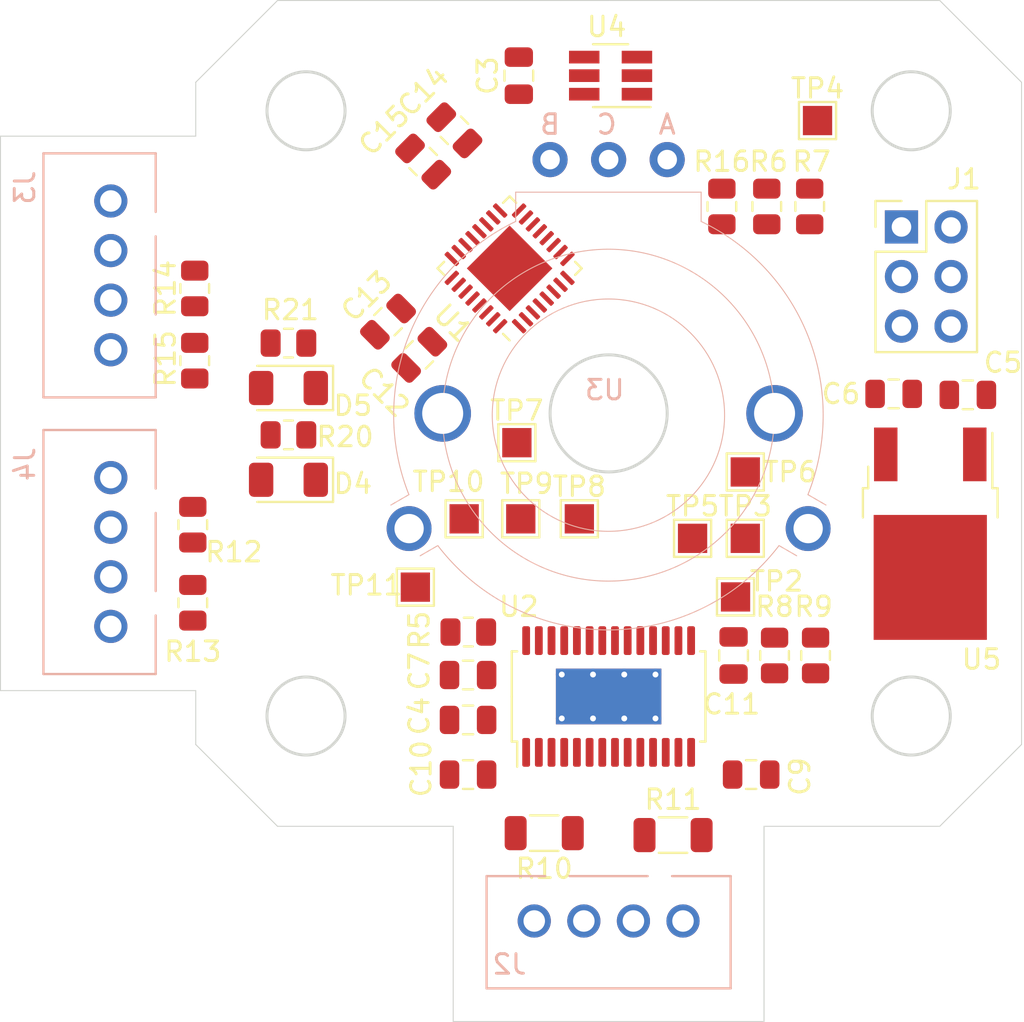
<source format=kicad_pcb>
(kicad_pcb (version 20171130) (host pcbnew "(5.1.12)-1")

  (general
    (thickness 1.6)
    (drawings 34)
    (tracks 0)
    (zones 0)
    (modules 47)
    (nets 57)
  )

  (page A4)
  (layers
    (0 F.Cu signal)
    (1 In1.Cu signal)
    (2 In2.Cu signal)
    (31 B.Cu signal)
    (32 B.Adhes user)
    (33 F.Adhes user)
    (34 B.Paste user)
    (35 F.Paste user)
    (36 B.SilkS user)
    (37 F.SilkS user)
    (38 B.Mask user)
    (39 F.Mask user)
    (40 Dwgs.User user hide)
    (41 Cmts.User user hide)
    (42 Eco1.User user hide)
    (43 Eco2.User user)
    (44 Edge.Cuts user)
    (45 Margin user)
    (46 B.CrtYd user)
    (47 F.CrtYd user)
    (48 B.Fab user hide)
    (49 F.Fab user hide)
  )

  (setup
    (last_trace_width 0.2)
    (user_trace_width 0.3)
    (user_trace_width 0.4)
    (user_trace_width 0.5)
    (user_trace_width 0.6)
    (user_trace_width 0.7)
    (user_trace_width 0.8)
    (trace_clearance 0.2)
    (zone_clearance 0.3)
    (zone_45_only yes)
    (trace_min 0.2)
    (via_size 0.4)
    (via_drill 0.2)
    (via_min_size 0.4)
    (via_min_drill 0.2)
    (user_via 0.8 0.4)
    (uvia_size 0.3)
    (uvia_drill 0.1)
    (uvias_allowed no)
    (uvia_min_size 0.2)
    (uvia_min_drill 0.1)
    (edge_width 0.05)
    (segment_width 0.2)
    (pcb_text_width 0.3)
    (pcb_text_size 1.5 1.5)
    (mod_edge_width 0.12)
    (mod_text_size 1 1)
    (mod_text_width 0.15)
    (pad_size 2.75 1.2)
    (pad_drill 0)
    (pad_to_mask_clearance 0)
    (aux_axis_origin 0 0)
    (visible_elements 7FFFF7FF)
    (pcbplotparams
      (layerselection 0x01010_fffffff8)
      (usegerberextensions false)
      (usegerberattributes true)
      (usegerberadvancedattributes true)
      (creategerberjobfile true)
      (excludeedgelayer true)
      (linewidth 0.100000)
      (plotframeref false)
      (viasonmask false)
      (mode 1)
      (useauxorigin false)
      (hpglpennumber 1)
      (hpglpenspeed 20)
      (hpglpendiameter 15.000000)
      (psnegative false)
      (psa4output false)
      (plotreference true)
      (plotvalue true)
      (plotinvisibletext false)
      (padsonsilk false)
      (subtractmaskfromsilk false)
      (outputformat 1)
      (mirror false)
      (drillshape 0)
      (scaleselection 1)
      (outputdirectory "./"))
  )

  (net 0 "")
  (net 1 "Net-(U1-Pad4)")
  (net 2 "Net-(U1-Pad3)")
  (net 3 GND)
  (net 4 "Net-(J1-Pad5)")
  (net 5 "Net-(J1-Pad4)")
  (net 6 "Net-(J1-Pad3)")
  (net 7 "Net-(U1-Pad21)")
  (net 8 "Net-(U1-Pad20)")
  (net 9 "Net-(U2-Pad23)")
  (net 10 "Net-(U3-Pad7)")
  (net 11 "Net-(U3-Pad6)")
  (net 12 "Net-(U3-Pad5)")
  (net 13 "Net-(U3-Pad4)")
  (net 14 +3V3)
  (net 15 A_OUT)
  (net 16 B_OUT)
  (net 17 /RC_B_OUT)
  (net 18 /RC_A_OUT)
  (net 19 /RC_A_IN)
  (net 20 /RC_B_IN)
  (net 21 +12V)
  (net 22 /CP1)
  (net 23 /CP2)
  (net 24 /VCP)
  (net 25 AOUT1)
  (net 26 AOUT2)
  (net 27 BOUT1)
  (net 28 BOUT2)
  (net 29 nHOME)
  (net 30 MODE2)
  (net 31 MODE1)
  (net 32 MODE0)
  (net 33 STEP)
  (net 34 nENBL)
  (net 35 DIR)
  (net 36 DECAY)
  (net 37 nFAULT)
  (net 38 nSLEEP)
  (net 39 nRESET)
  (net 40 VREF)
  (net 41 /SENSEA)
  (net 42 /SENSEB)
  (net 43 /DRV3V3)
  (net 44 SCL)
  (net 45 SDA)
  (net 46 /UPDI)
  (net 47 /CLKOUT)
  (net 48 "Net-(U1-Pad26)")
  (net 49 /AIN_12V)
  (net 50 /AIN_3.3V)
  (net 51 /LED1+)
  (net 52 /LED2+)
  (net 53 /LED3+)
  (net 54 /DAC)
  (net 55 /12_LED)
  (net 56 /3.3_LED)

  (net_class Default "This is the default net class."
    (clearance 0.2)
    (trace_width 0.2)
    (via_dia 0.4)
    (via_drill 0.2)
    (uvia_dia 0.3)
    (uvia_drill 0.1)
    (diff_pair_width 0.254)
    (diff_pair_gap 0.25)
    (add_net +12V)
    (add_net +3V3)
    (add_net /12_LED)
    (add_net /3.3_LED)
    (add_net /AIN_12V)
    (add_net /AIN_3.3V)
    (add_net /CLKOUT)
    (add_net /CP1)
    (add_net /CP2)
    (add_net /DAC)
    (add_net /DRV3V3)
    (add_net /LED1+)
    (add_net /LED2+)
    (add_net /LED3+)
    (add_net /RC_A_IN)
    (add_net /RC_A_OUT)
    (add_net /RC_B_IN)
    (add_net /RC_B_OUT)
    (add_net /SENSEA)
    (add_net /SENSEB)
    (add_net /UPDI)
    (add_net /VCP)
    (add_net AOUT1)
    (add_net AOUT2)
    (add_net A_OUT)
    (add_net BOUT1)
    (add_net BOUT2)
    (add_net B_OUT)
    (add_net DECAY)
    (add_net DIR)
    (add_net GND)
    (add_net MODE0)
    (add_net MODE1)
    (add_net MODE2)
    (add_net "Net-(J1-Pad3)")
    (add_net "Net-(J1-Pad4)")
    (add_net "Net-(J1-Pad5)")
    (add_net "Net-(U1-Pad20)")
    (add_net "Net-(U1-Pad21)")
    (add_net "Net-(U1-Pad26)")
    (add_net "Net-(U1-Pad3)")
    (add_net "Net-(U1-Pad4)")
    (add_net "Net-(U2-Pad23)")
    (add_net "Net-(U3-Pad4)")
    (add_net "Net-(U3-Pad5)")
    (add_net "Net-(U3-Pad6)")
    (add_net "Net-(U3-Pad7)")
    (add_net SCL)
    (add_net SDA)
    (add_net STEP)
    (add_net VREF)
    (add_net nENBL)
    (add_net nFAULT)
    (add_net nHOME)
    (add_net nRESET)
    (add_net nSLEEP)
  )

  (module Resistor_SMD:R_0805_2012Metric (layer F.Cu) (tedit 5F68FEEE) (tstamp 6304F74F)
    (at 83.6 96.4 180)
    (descr "Resistor SMD 0805 (2012 Metric), square (rectangular) end terminal, IPC_7351 nominal, (Body size source: IPC-SM-782 page 72, https://www.pcb-3d.com/wordpress/wp-content/uploads/ipc-sm-782a_amendment_1_and_2.pdf), generated with kicad-footprint-generator")
    (tags resistor)
    (path /63077076)
    (attr smd)
    (fp_text reference R21 (at -0.1 1.7) (layer F.SilkS)
      (effects (font (size 1 1) (thickness 0.15)))
    )
    (fp_text value R (at 0 1.65) (layer F.Fab)
      (effects (font (size 1 1) (thickness 0.15)))
    )
    (fp_line (start 1.68 0.95) (end -1.68 0.95) (layer F.CrtYd) (width 0.05))
    (fp_line (start 1.68 -0.95) (end 1.68 0.95) (layer F.CrtYd) (width 0.05))
    (fp_line (start -1.68 -0.95) (end 1.68 -0.95) (layer F.CrtYd) (width 0.05))
    (fp_line (start -1.68 0.95) (end -1.68 -0.95) (layer F.CrtYd) (width 0.05))
    (fp_line (start -0.227064 0.735) (end 0.227064 0.735) (layer F.SilkS) (width 0.12))
    (fp_line (start -0.227064 -0.735) (end 0.227064 -0.735) (layer F.SilkS) (width 0.12))
    (fp_line (start 1 0.625) (end -1 0.625) (layer F.Fab) (width 0.1))
    (fp_line (start 1 -0.625) (end 1 0.625) (layer F.Fab) (width 0.1))
    (fp_line (start -1 -0.625) (end 1 -0.625) (layer F.Fab) (width 0.1))
    (fp_line (start -1 0.625) (end -1 -0.625) (layer F.Fab) (width 0.1))
    (fp_text user %R (at 0 0) (layer F.Fab)
      (effects (font (size 0.5 0.5) (thickness 0.08)))
    )
    (pad 2 smd roundrect (at 0.9125 0 180) (size 1.025 1.4) (layers F.Cu F.Paste F.Mask) (roundrect_rratio 0.243902)
      (net 3 GND))
    (pad 1 smd roundrect (at -0.9125 0 180) (size 1.025 1.4) (layers F.Cu F.Paste F.Mask) (roundrect_rratio 0.243902)
      (net 56 /3.3_LED))
    (model ${KISYS3DMOD}/Resistor_SMD.3dshapes/R_0805_2012Metric.wrl
      (at (xyz 0 0 0))
      (scale (xyz 1 1 1))
      (rotate (xyz 0 0 0))
    )
  )

  (module Resistor_SMD:R_0805_2012Metric (layer F.Cu) (tedit 5F68FEEE) (tstamp 6304F73E)
    (at 83.6 101.1 180)
    (descr "Resistor SMD 0805 (2012 Metric), square (rectangular) end terminal, IPC_7351 nominal, (Body size source: IPC-SM-782 page 72, https://www.pcb-3d.com/wordpress/wp-content/uploads/ipc-sm-782a_amendment_1_and_2.pdf), generated with kicad-footprint-generator")
    (tags resistor)
    (path /63076DDE)
    (attr smd)
    (fp_text reference R20 (at -2.9 -0.1) (layer F.SilkS)
      (effects (font (size 1 1) (thickness 0.15)))
    )
    (fp_text value R (at 0 1.65) (layer F.Fab)
      (effects (font (size 1 1) (thickness 0.15)))
    )
    (fp_line (start 1.68 0.95) (end -1.68 0.95) (layer F.CrtYd) (width 0.05))
    (fp_line (start 1.68 -0.95) (end 1.68 0.95) (layer F.CrtYd) (width 0.05))
    (fp_line (start -1.68 -0.95) (end 1.68 -0.95) (layer F.CrtYd) (width 0.05))
    (fp_line (start -1.68 0.95) (end -1.68 -0.95) (layer F.CrtYd) (width 0.05))
    (fp_line (start -0.227064 0.735) (end 0.227064 0.735) (layer F.SilkS) (width 0.12))
    (fp_line (start -0.227064 -0.735) (end 0.227064 -0.735) (layer F.SilkS) (width 0.12))
    (fp_line (start 1 0.625) (end -1 0.625) (layer F.Fab) (width 0.1))
    (fp_line (start 1 -0.625) (end 1 0.625) (layer F.Fab) (width 0.1))
    (fp_line (start -1 -0.625) (end 1 -0.625) (layer F.Fab) (width 0.1))
    (fp_line (start -1 0.625) (end -1 -0.625) (layer F.Fab) (width 0.1))
    (fp_text user %R (at 0 0) (layer F.Fab)
      (effects (font (size 0.5 0.5) (thickness 0.08)))
    )
    (pad 2 smd roundrect (at 0.9125 0 180) (size 1.025 1.4) (layers F.Cu F.Paste F.Mask) (roundrect_rratio 0.243902)
      (net 3 GND))
    (pad 1 smd roundrect (at -0.9125 0 180) (size 1.025 1.4) (layers F.Cu F.Paste F.Mask) (roundrect_rratio 0.243902)
      (net 55 /12_LED))
    (model ${KISYS3DMOD}/Resistor_SMD.3dshapes/R_0805_2012Metric.wrl
      (at (xyz 0 0 0))
      (scale (xyz 1 1 1))
      (rotate (xyz 0 0 0))
    )
  )

  (module LED_SMD:LED_1206_3216Metric (layer F.Cu) (tedit 5F68FEF1) (tstamp 6304F431)
    (at 83.6 98.7 180)
    (descr "LED SMD 1206 (3216 Metric), square (rectangular) end terminal, IPC_7351 nominal, (Body size source: http://www.tortai-tech.com/upload/download/2011102023233369053.pdf), generated with kicad-footprint-generator")
    (tags LED)
    (path /630785CF)
    (attr smd)
    (fp_text reference D5 (at -3.3 -0.9) (layer F.SilkS)
      (effects (font (size 1 1) (thickness 0.15)))
    )
    (fp_text value LED (at 0 1.82) (layer F.Fab)
      (effects (font (size 1 1) (thickness 0.15)))
    )
    (fp_line (start 2.28 1.12) (end -2.28 1.12) (layer F.CrtYd) (width 0.05))
    (fp_line (start 2.28 -1.12) (end 2.28 1.12) (layer F.CrtYd) (width 0.05))
    (fp_line (start -2.28 -1.12) (end 2.28 -1.12) (layer F.CrtYd) (width 0.05))
    (fp_line (start -2.28 1.12) (end -2.28 -1.12) (layer F.CrtYd) (width 0.05))
    (fp_line (start -2.285 1.135) (end 1.6 1.135) (layer F.SilkS) (width 0.12))
    (fp_line (start -2.285 -1.135) (end -2.285 1.135) (layer F.SilkS) (width 0.12))
    (fp_line (start 1.6 -1.135) (end -2.285 -1.135) (layer F.SilkS) (width 0.12))
    (fp_line (start 1.6 0.8) (end 1.6 -0.8) (layer F.Fab) (width 0.1))
    (fp_line (start -1.6 0.8) (end 1.6 0.8) (layer F.Fab) (width 0.1))
    (fp_line (start -1.6 -0.4) (end -1.6 0.8) (layer F.Fab) (width 0.1))
    (fp_line (start -1.2 -0.8) (end -1.6 -0.4) (layer F.Fab) (width 0.1))
    (fp_line (start 1.6 -0.8) (end -1.2 -0.8) (layer F.Fab) (width 0.1))
    (fp_text user %R (at 0 0) (layer F.Fab)
      (effects (font (size 0.8 0.8) (thickness 0.12)))
    )
    (pad 2 smd roundrect (at 1.4 0 180) (size 1.25 1.75) (layers F.Cu F.Paste F.Mask) (roundrect_rratio 0.2)
      (net 14 +3V3))
    (pad 1 smd roundrect (at -1.4 0 180) (size 1.25 1.75) (layers F.Cu F.Paste F.Mask) (roundrect_rratio 0.2)
      (net 56 /3.3_LED))
    (model ${KISYS3DMOD}/LED_SMD.3dshapes/LED_1206_3216Metric.wrl
      (at (xyz 0 0 0))
      (scale (xyz 1 1 1))
      (rotate (xyz 0 0 0))
    )
  )

  (module LED_SMD:LED_1206_3216Metric (layer F.Cu) (tedit 5F68FEF1) (tstamp 6304F41E)
    (at 83.6 103.4 180)
    (descr "LED SMD 1206 (3216 Metric), square (rectangular) end terminal, IPC_7351 nominal, (Body size source: http://www.tortai-tech.com/upload/download/2011102023233369053.pdf), generated with kicad-footprint-generator")
    (tags LED)
    (path /63077AAB)
    (attr smd)
    (fp_text reference D4 (at -3.3 -0.2) (layer F.SilkS)
      (effects (font (size 1 1) (thickness 0.15)))
    )
    (fp_text value LED (at 0 1.82) (layer F.Fab)
      (effects (font (size 1 1) (thickness 0.15)))
    )
    (fp_line (start 2.28 1.12) (end -2.28 1.12) (layer F.CrtYd) (width 0.05))
    (fp_line (start 2.28 -1.12) (end 2.28 1.12) (layer F.CrtYd) (width 0.05))
    (fp_line (start -2.28 -1.12) (end 2.28 -1.12) (layer F.CrtYd) (width 0.05))
    (fp_line (start -2.28 1.12) (end -2.28 -1.12) (layer F.CrtYd) (width 0.05))
    (fp_line (start -2.285 1.135) (end 1.6 1.135) (layer F.SilkS) (width 0.12))
    (fp_line (start -2.285 -1.135) (end -2.285 1.135) (layer F.SilkS) (width 0.12))
    (fp_line (start 1.6 -1.135) (end -2.285 -1.135) (layer F.SilkS) (width 0.12))
    (fp_line (start 1.6 0.8) (end 1.6 -0.8) (layer F.Fab) (width 0.1))
    (fp_line (start -1.6 0.8) (end 1.6 0.8) (layer F.Fab) (width 0.1))
    (fp_line (start -1.6 -0.4) (end -1.6 0.8) (layer F.Fab) (width 0.1))
    (fp_line (start -1.2 -0.8) (end -1.6 -0.4) (layer F.Fab) (width 0.1))
    (fp_line (start 1.6 -0.8) (end -1.2 -0.8) (layer F.Fab) (width 0.1))
    (fp_text user %R (at 0 0) (layer F.Fab)
      (effects (font (size 0.8 0.8) (thickness 0.12)))
    )
    (pad 2 smd roundrect (at 1.4 0 180) (size 1.25 1.75) (layers F.Cu F.Paste F.Mask) (roundrect_rratio 0.2)
      (net 21 +12V))
    (pad 1 smd roundrect (at -1.4 0 180) (size 1.25 1.75) (layers F.Cu F.Paste F.Mask) (roundrect_rratio 0.2)
      (net 55 /12_LED))
    (model ${KISYS3DMOD}/LED_SMD.3dshapes/LED_1206_3216Metric.wrl
      (at (xyz 0 0 0))
      (scale (xyz 1 1 1))
      (rotate (xyz 0 0 0))
    )
  )

  (module Resistor_SMD:R_0805_2012Metric (layer F.Cu) (tedit 5F68FEEE) (tstamp 63037946)
    (at 110.6 112.4 90)
    (descr "Resistor SMD 0805 (2012 Metric), square (rectangular) end terminal, IPC_7351 nominal, (Body size source: IPC-SM-782 page 72, https://www.pcb-3d.com/wordpress/wp-content/uploads/ipc-sm-782a_amendment_1_and_2.pdf), generated with kicad-footprint-generator")
    (tags resistor)
    (path /63059A92)
    (attr smd)
    (fp_text reference R9 (at 2.5 -0.1 180) (layer F.SilkS)
      (effects (font (size 1 1) (thickness 0.15)))
    )
    (fp_text value 0 (at 0 1.65 90) (layer F.Fab)
      (effects (font (size 1 1) (thickness 0.15)))
    )
    (fp_line (start -1 0.625) (end -1 -0.625) (layer F.Fab) (width 0.1))
    (fp_line (start -1 -0.625) (end 1 -0.625) (layer F.Fab) (width 0.1))
    (fp_line (start 1 -0.625) (end 1 0.625) (layer F.Fab) (width 0.1))
    (fp_line (start 1 0.625) (end -1 0.625) (layer F.Fab) (width 0.1))
    (fp_line (start -0.227064 -0.735) (end 0.227064 -0.735) (layer F.SilkS) (width 0.12))
    (fp_line (start -0.227064 0.735) (end 0.227064 0.735) (layer F.SilkS) (width 0.12))
    (fp_line (start -1.68 0.95) (end -1.68 -0.95) (layer F.CrtYd) (width 0.05))
    (fp_line (start -1.68 -0.95) (end 1.68 -0.95) (layer F.CrtYd) (width 0.05))
    (fp_line (start 1.68 -0.95) (end 1.68 0.95) (layer F.CrtYd) (width 0.05))
    (fp_line (start 1.68 0.95) (end -1.68 0.95) (layer F.CrtYd) (width 0.05))
    (fp_text user %R (at 0 0 90) (layer F.Fab)
      (effects (font (size 0.5 0.5) (thickness 0.08)))
    )
    (pad 2 smd roundrect (at 0.9125 0 90) (size 1.025 1.4) (layers F.Cu F.Paste F.Mask) (roundrect_rratio 0.243902)
      (net 3 GND))
    (pad 1 smd roundrect (at -0.9125 0 90) (size 1.025 1.4) (layers F.Cu F.Paste F.Mask) (roundrect_rratio 0.243902)
      (net 40 VREF))
    (model ${KISYS3DMOD}/Resistor_SMD.3dshapes/R_0805_2012Metric.wrl
      (at (xyz 0 0 0))
      (scale (xyz 1 1 1))
      (rotate (xyz 0 0 0))
    )
  )

  (module Resistor_SMD:R_0805_2012Metric (layer F.Cu) (tedit 5F68FEEE) (tstamp 630263A1)
    (at 105.8 89.4 90)
    (descr "Resistor SMD 0805 (2012 Metric), square (rectangular) end terminal, IPC_7351 nominal, (Body size source: IPC-SM-782 page 72, https://www.pcb-3d.com/wordpress/wp-content/uploads/ipc-sm-782a_amendment_1_and_2.pdf), generated with kicad-footprint-generator")
    (tags resistor)
    (path /632A0D2E)
    (attr smd)
    (fp_text reference R16 (at 2.3 0 180) (layer F.SilkS)
      (effects (font (size 1 1) (thickness 0.15)))
    )
    (fp_text value 5.1K (at 0 1.65 90) (layer F.Fab)
      (effects (font (size 1 1) (thickness 0.15)))
    )
    (fp_line (start 1.68 0.95) (end -1.68 0.95) (layer F.CrtYd) (width 0.05))
    (fp_line (start 1.68 -0.95) (end 1.68 0.95) (layer F.CrtYd) (width 0.05))
    (fp_line (start -1.68 -0.95) (end 1.68 -0.95) (layer F.CrtYd) (width 0.05))
    (fp_line (start -1.68 0.95) (end -1.68 -0.95) (layer F.CrtYd) (width 0.05))
    (fp_line (start -0.227064 0.735) (end 0.227064 0.735) (layer F.SilkS) (width 0.12))
    (fp_line (start -0.227064 -0.735) (end 0.227064 -0.735) (layer F.SilkS) (width 0.12))
    (fp_line (start 1 0.625) (end -1 0.625) (layer F.Fab) (width 0.1))
    (fp_line (start 1 -0.625) (end 1 0.625) (layer F.Fab) (width 0.1))
    (fp_line (start -1 -0.625) (end 1 -0.625) (layer F.Fab) (width 0.1))
    (fp_line (start -1 0.625) (end -1 -0.625) (layer F.Fab) (width 0.1))
    (fp_text user %R (at 0 0 90) (layer F.Fab)
      (effects (font (size 0.5 0.5) (thickness 0.08)))
    )
    (pad 2 smd roundrect (at 0.9125 0 90) (size 1.025 1.4) (layers F.Cu F.Paste F.Mask) (roundrect_rratio 0.243902)
      (net 54 /DAC))
    (pad 1 smd roundrect (at -0.9125 0 90) (size 1.025 1.4) (layers F.Cu F.Paste F.Mask) (roundrect_rratio 0.243902)
      (net 40 VREF))
    (model ${KISYS3DMOD}/Resistor_SMD.3dshapes/R_0805_2012Metric.wrl
      (at (xyz 0 0 0))
      (scale (xyz 1 1 1))
      (rotate (xyz 0 0 0))
    )
  )

  (module Resistor_SMD:R_0805_2012Metric (layer F.Cu) (tedit 5F68FEEE) (tstamp 63026390)
    (at 78.8 97.3 270)
    (descr "Resistor SMD 0805 (2012 Metric), square (rectangular) end terminal, IPC_7351 nominal, (Body size source: IPC-SM-782 page 72, https://www.pcb-3d.com/wordpress/wp-content/uploads/ipc-sm-782a_amendment_1_and_2.pdf), generated with kicad-footprint-generator")
    (tags resistor)
    (path /632440D4)
    (attr smd)
    (fp_text reference R15 (at -0.1 1.5 270) (layer F.SilkS)
      (effects (font (size 1 1) (thickness 0.15)))
    )
    (fp_text value 4.7k (at 0 1.65 90) (layer F.Fab)
      (effects (font (size 1 1) (thickness 0.15)))
    )
    (fp_line (start 1.68 0.95) (end -1.68 0.95) (layer F.CrtYd) (width 0.05))
    (fp_line (start 1.68 -0.95) (end 1.68 0.95) (layer F.CrtYd) (width 0.05))
    (fp_line (start -1.68 -0.95) (end 1.68 -0.95) (layer F.CrtYd) (width 0.05))
    (fp_line (start -1.68 0.95) (end -1.68 -0.95) (layer F.CrtYd) (width 0.05))
    (fp_line (start -0.227064 0.735) (end 0.227064 0.735) (layer F.SilkS) (width 0.12))
    (fp_line (start -0.227064 -0.735) (end 0.227064 -0.735) (layer F.SilkS) (width 0.12))
    (fp_line (start 1 0.625) (end -1 0.625) (layer F.Fab) (width 0.1))
    (fp_line (start 1 -0.625) (end 1 0.625) (layer F.Fab) (width 0.1))
    (fp_line (start -1 -0.625) (end 1 -0.625) (layer F.Fab) (width 0.1))
    (fp_line (start -1 0.625) (end -1 -0.625) (layer F.Fab) (width 0.1))
    (fp_text user %R (at 0 0 90) (layer F.Fab)
      (effects (font (size 0.5 0.5) (thickness 0.08)))
    )
    (pad 2 smd roundrect (at 0.9125 0 270) (size 1.025 1.4) (layers F.Cu F.Paste F.Mask) (roundrect_rratio 0.243902)
      (net 3 GND))
    (pad 1 smd roundrect (at -0.9125 0 270) (size 1.025 1.4) (layers F.Cu F.Paste F.Mask) (roundrect_rratio 0.243902)
      (net 50 /AIN_3.3V))
    (model ${KISYS3DMOD}/Resistor_SMD.3dshapes/R_0805_2012Metric.wrl
      (at (xyz 0 0 0))
      (scale (xyz 1 1 1))
      (rotate (xyz 0 0 0))
    )
  )

  (module Resistor_SMD:R_0805_2012Metric (layer F.Cu) (tedit 5F68FEEE) (tstamp 6302637F)
    (at 78.8 93.6 270)
    (descr "Resistor SMD 0805 (2012 Metric), square (rectangular) end terminal, IPC_7351 nominal, (Body size source: IPC-SM-782 page 72, https://www.pcb-3d.com/wordpress/wp-content/uploads/ipc-sm-782a_amendment_1_and_2.pdf), generated with kicad-footprint-generator")
    (tags resistor)
    (path /63243D46)
    (attr smd)
    (fp_text reference R14 (at 0 1.5 270) (layer F.SilkS)
      (effects (font (size 1 1) (thickness 0.15)))
    )
    (fp_text value 4.7k (at 0 1.65 90) (layer F.Fab)
      (effects (font (size 1 1) (thickness 0.15)))
    )
    (fp_line (start 1.68 0.95) (end -1.68 0.95) (layer F.CrtYd) (width 0.05))
    (fp_line (start 1.68 -0.95) (end 1.68 0.95) (layer F.CrtYd) (width 0.05))
    (fp_line (start -1.68 -0.95) (end 1.68 -0.95) (layer F.CrtYd) (width 0.05))
    (fp_line (start -1.68 0.95) (end -1.68 -0.95) (layer F.CrtYd) (width 0.05))
    (fp_line (start -0.227064 0.735) (end 0.227064 0.735) (layer F.SilkS) (width 0.12))
    (fp_line (start -0.227064 -0.735) (end 0.227064 -0.735) (layer F.SilkS) (width 0.12))
    (fp_line (start 1 0.625) (end -1 0.625) (layer F.Fab) (width 0.1))
    (fp_line (start 1 -0.625) (end 1 0.625) (layer F.Fab) (width 0.1))
    (fp_line (start -1 -0.625) (end 1 -0.625) (layer F.Fab) (width 0.1))
    (fp_line (start -1 0.625) (end -1 -0.625) (layer F.Fab) (width 0.1))
    (fp_text user %R (at 0 0 90) (layer F.Fab)
      (effects (font (size 0.5 0.5) (thickness 0.08)))
    )
    (pad 2 smd roundrect (at 0.9125 0 270) (size 1.025 1.4) (layers F.Cu F.Paste F.Mask) (roundrect_rratio 0.243902)
      (net 50 /AIN_3.3V))
    (pad 1 smd roundrect (at -0.9125 0 270) (size 1.025 1.4) (layers F.Cu F.Paste F.Mask) (roundrect_rratio 0.243902)
      (net 14 +3V3))
    (model ${KISYS3DMOD}/Resistor_SMD.3dshapes/R_0805_2012Metric.wrl
      (at (xyz 0 0 0))
      (scale (xyz 1 1 1))
      (rotate (xyz 0 0 0))
    )
  )

  (module Resistor_SMD:R_0805_2012Metric (layer F.Cu) (tedit 5F68FEEE) (tstamp 6302636E)
    (at 78.7 109.7 270)
    (descr "Resistor SMD 0805 (2012 Metric), square (rectangular) end terminal, IPC_7351 nominal, (Body size source: IPC-SM-782 page 72, https://www.pcb-3d.com/wordpress/wp-content/uploads/ipc-sm-782a_amendment_1_and_2.pdf), generated with kicad-footprint-generator")
    (tags resistor)
    (path /632447E9)
    (attr smd)
    (fp_text reference R13 (at 2.5 0 180) (layer F.SilkS)
      (effects (font (size 1 1) (thickness 0.15)))
    )
    (fp_text value 820 (at 0 1.65 90) (layer F.Fab)
      (effects (font (size 1 1) (thickness 0.15)))
    )
    (fp_line (start 1.68 0.95) (end -1.68 0.95) (layer F.CrtYd) (width 0.05))
    (fp_line (start 1.68 -0.95) (end 1.68 0.95) (layer F.CrtYd) (width 0.05))
    (fp_line (start -1.68 -0.95) (end 1.68 -0.95) (layer F.CrtYd) (width 0.05))
    (fp_line (start -1.68 0.95) (end -1.68 -0.95) (layer F.CrtYd) (width 0.05))
    (fp_line (start -0.227064 0.735) (end 0.227064 0.735) (layer F.SilkS) (width 0.12))
    (fp_line (start -0.227064 -0.735) (end 0.227064 -0.735) (layer F.SilkS) (width 0.12))
    (fp_line (start 1 0.625) (end -1 0.625) (layer F.Fab) (width 0.1))
    (fp_line (start 1 -0.625) (end 1 0.625) (layer F.Fab) (width 0.1))
    (fp_line (start -1 -0.625) (end 1 -0.625) (layer F.Fab) (width 0.1))
    (fp_line (start -1 0.625) (end -1 -0.625) (layer F.Fab) (width 0.1))
    (fp_text user %R (at 0 0 90) (layer F.Fab)
      (effects (font (size 0.5 0.5) (thickness 0.08)))
    )
    (pad 2 smd roundrect (at 0.9125 0 270) (size 1.025 1.4) (layers F.Cu F.Paste F.Mask) (roundrect_rratio 0.243902)
      (net 3 GND))
    (pad 1 smd roundrect (at -0.9125 0 270) (size 1.025 1.4) (layers F.Cu F.Paste F.Mask) (roundrect_rratio 0.243902)
      (net 49 /AIN_12V))
    (model ${KISYS3DMOD}/Resistor_SMD.3dshapes/R_0805_2012Metric.wrl
      (at (xyz 0 0 0))
      (scale (xyz 1 1 1))
      (rotate (xyz 0 0 0))
    )
  )

  (module Resistor_SMD:R_0805_2012Metric (layer F.Cu) (tedit 5F68FEEE) (tstamp 6302635D)
    (at 78.7 105.7 270)
    (descr "Resistor SMD 0805 (2012 Metric), square (rectangular) end terminal, IPC_7351 nominal, (Body size source: IPC-SM-782 page 72, https://www.pcb-3d.com/wordpress/wp-content/uploads/ipc-sm-782a_amendment_1_and_2.pdf), generated with kicad-footprint-generator")
    (tags resistor)
    (path /63244411)
    (attr smd)
    (fp_text reference R12 (at 1.4 -2.1 180) (layer F.SilkS)
      (effects (font (size 1 1) (thickness 0.15)))
    )
    (fp_text value 5.1k (at 0 1.65 90) (layer F.Fab)
      (effects (font (size 1 1) (thickness 0.15)))
    )
    (fp_line (start 1.68 0.95) (end -1.68 0.95) (layer F.CrtYd) (width 0.05))
    (fp_line (start 1.68 -0.95) (end 1.68 0.95) (layer F.CrtYd) (width 0.05))
    (fp_line (start -1.68 -0.95) (end 1.68 -0.95) (layer F.CrtYd) (width 0.05))
    (fp_line (start -1.68 0.95) (end -1.68 -0.95) (layer F.CrtYd) (width 0.05))
    (fp_line (start -0.227064 0.735) (end 0.227064 0.735) (layer F.SilkS) (width 0.12))
    (fp_line (start -0.227064 -0.735) (end 0.227064 -0.735) (layer F.SilkS) (width 0.12))
    (fp_line (start 1 0.625) (end -1 0.625) (layer F.Fab) (width 0.1))
    (fp_line (start 1 -0.625) (end 1 0.625) (layer F.Fab) (width 0.1))
    (fp_line (start -1 -0.625) (end 1 -0.625) (layer F.Fab) (width 0.1))
    (fp_line (start -1 0.625) (end -1 -0.625) (layer F.Fab) (width 0.1))
    (fp_text user %R (at 0 0 90) (layer F.Fab)
      (effects (font (size 0.5 0.5) (thickness 0.08)))
    )
    (pad 2 smd roundrect (at 0.9125 0 270) (size 1.025 1.4) (layers F.Cu F.Paste F.Mask) (roundrect_rratio 0.243902)
      (net 49 /AIN_12V))
    (pad 1 smd roundrect (at -0.9125 0 270) (size 1.025 1.4) (layers F.Cu F.Paste F.Mask) (roundrect_rratio 0.243902)
      (net 21 +12V))
    (model ${KISYS3DMOD}/Resistor_SMD.3dshapes/R_0805_2012Metric.wrl
      (at (xyz 0 0 0))
      (scale (xyz 1 1 1))
      (rotate (xyz 0 0 0))
    )
  )

  (module Package_DFN_QFN:QFN-32-1EP_5x5mm_P0.5mm_EP3.1x3.1mm (layer F.Cu) (tedit 5DC5F6A4) (tstamp 6301BCDF)
    (at 94.92832 92.57168 135)
    (descr "QFN, 32 Pin (http://ww1.microchip.com/downloads/en/DeviceDoc/8008S.pdf#page=20), generated with kicad-footprint-generator ipc_noLead_generator.py")
    (tags "QFN NoLead")
    (path /631145AC)
    (attr smd)
    (fp_text reference U1 (at 0.070711 -4.030509 135) (layer F.SilkS)
      (effects (font (size 1 1) (thickness 0.15)))
    )
    (fp_text value AVR32DA32 (at 0 3.82 135) (layer F.Fab)
      (effects (font (size 1 1) (thickness 0.15)))
    )
    (fp_line (start 3.12 -3.12) (end -3.12 -3.12) (layer F.CrtYd) (width 0.05))
    (fp_line (start 3.12 3.12) (end 3.12 -3.12) (layer F.CrtYd) (width 0.05))
    (fp_line (start -3.12 3.12) (end 3.12 3.12) (layer F.CrtYd) (width 0.05))
    (fp_line (start -3.12 -3.12) (end -3.12 3.12) (layer F.CrtYd) (width 0.05))
    (fp_line (start -2.5 -1.5) (end -1.5 -2.5) (layer F.Fab) (width 0.1))
    (fp_line (start -2.5 2.5) (end -2.5 -1.5) (layer F.Fab) (width 0.1))
    (fp_line (start 2.5 2.5) (end -2.5 2.5) (layer F.Fab) (width 0.1))
    (fp_line (start 2.5 -2.5) (end 2.5 2.5) (layer F.Fab) (width 0.1))
    (fp_line (start -1.5 -2.5) (end 2.5 -2.5) (layer F.Fab) (width 0.1))
    (fp_line (start -2.135 -2.61) (end -2.61 -2.61) (layer F.SilkS) (width 0.12))
    (fp_line (start 2.61 2.61) (end 2.61 2.135) (layer F.SilkS) (width 0.12))
    (fp_line (start 2.135 2.61) (end 2.61 2.61) (layer F.SilkS) (width 0.12))
    (fp_line (start -2.61 2.61) (end -2.61 2.135) (layer F.SilkS) (width 0.12))
    (fp_line (start -2.135 2.61) (end -2.61 2.61) (layer F.SilkS) (width 0.12))
    (fp_line (start 2.61 -2.61) (end 2.61 -2.135) (layer F.SilkS) (width 0.12))
    (fp_line (start 2.135 -2.61) (end 2.61 -2.61) (layer F.SilkS) (width 0.12))
    (fp_text user %R (at 0 0 135) (layer F.Fab)
      (effects (font (size 1 1) (thickness 0.15)))
    )
    (pad "" smd roundrect (at 1.03 1.03 135) (size 0.83 0.83) (layers F.Paste) (roundrect_rratio 0.25))
    (pad "" smd roundrect (at 1.03 0 135) (size 0.83 0.83) (layers F.Paste) (roundrect_rratio 0.25))
    (pad "" smd roundrect (at 1.03 -1.03 135) (size 0.83 0.83) (layers F.Paste) (roundrect_rratio 0.25))
    (pad "" smd roundrect (at 0 1.03 135) (size 0.83 0.83) (layers F.Paste) (roundrect_rratio 0.25))
    (pad "" smd roundrect (at 0 0 135) (size 0.83 0.83) (layers F.Paste) (roundrect_rratio 0.25))
    (pad "" smd roundrect (at 0 -1.03 135) (size 0.83 0.83) (layers F.Paste) (roundrect_rratio 0.25))
    (pad "" smd roundrect (at -1.03 1.03 135) (size 0.83 0.83) (layers F.Paste) (roundrect_rratio 0.25))
    (pad "" smd roundrect (at -1.03 0 135) (size 0.83 0.83) (layers F.Paste) (roundrect_rratio 0.25))
    (pad "" smd roundrect (at -1.03 -1.03 135) (size 0.83 0.83) (layers F.Paste) (roundrect_rratio 0.25))
    (pad 33 smd rect (at 0 0 135) (size 3.1 3.1) (layers F.Cu F.Mask)
      (net 3 GND))
    (pad 32 smd roundrect (at -1.75 -2.4375 135) (size 0.25 0.875) (layers F.Cu F.Paste F.Mask) (roundrect_rratio 0.25)
      (net 51 /LED1+))
    (pad 31 smd roundrect (at -1.25 -2.4375 135) (size 0.25 0.875) (layers F.Cu F.Paste F.Mask) (roundrect_rratio 0.25)
      (net 16 B_OUT))
    (pad 30 smd roundrect (at -0.75 -2.4375 135) (size 0.25 0.875) (layers F.Cu F.Paste F.Mask) (roundrect_rratio 0.25)
      (net 15 A_OUT))
    (pad 29 smd roundrect (at -0.25 -2.4375 135) (size 0.25 0.875) (layers F.Cu F.Paste F.Mask) (roundrect_rratio 0.25)
      (net 3 GND))
    (pad 28 smd roundrect (at 0.25 -2.4375 135) (size 0.25 0.875) (layers F.Cu F.Paste F.Mask) (roundrect_rratio 0.25)
      (net 14 +3V3))
    (pad 27 smd roundrect (at 0.75 -2.4375 135) (size 0.25 0.875) (layers F.Cu F.Paste F.Mask) (roundrect_rratio 0.25)
      (net 46 /UPDI))
    (pad 26 smd roundrect (at 1.25 -2.4375 135) (size 0.25 0.875) (layers F.Cu F.Paste F.Mask) (roundrect_rratio 0.25)
      (net 48 "Net-(U1-Pad26)"))
    (pad 25 smd roundrect (at 1.75 -2.4375 135) (size 0.25 0.875) (layers F.Cu F.Paste F.Mask) (roundrect_rratio 0.25)
      (net 49 /AIN_12V))
    (pad 24 smd roundrect (at 2.4375 -1.75 135) (size 0.875 0.25) (layers F.Cu F.Paste F.Mask) (roundrect_rratio 0.25)
      (net 50 /AIN_3.3V))
    (pad 23 smd roundrect (at 2.4375 -1.25 135) (size 0.875 0.25) (layers F.Cu F.Paste F.Mask) (roundrect_rratio 0.25)
      (net 44 SCL))
    (pad 22 smd roundrect (at 2.4375 -0.75 135) (size 0.875 0.25) (layers F.Cu F.Paste F.Mask) (roundrect_rratio 0.25)
      (net 45 SDA))
    (pad 21 smd roundrect (at 2.4375 -0.25 135) (size 0.875 0.25) (layers F.Cu F.Paste F.Mask) (roundrect_rratio 0.25)
      (net 7 "Net-(U1-Pad21)"))
    (pad 20 smd roundrect (at 2.4375 0.25 135) (size 0.875 0.25) (layers F.Cu F.Paste F.Mask) (roundrect_rratio 0.25)
      (net 8 "Net-(U1-Pad20)"))
    (pad 19 smd roundrect (at 2.4375 0.75 135) (size 0.875 0.25) (layers F.Cu F.Paste F.Mask) (roundrect_rratio 0.25)
      (net 3 GND))
    (pad 18 smd roundrect (at 2.4375 1.25 135) (size 0.875 0.25) (layers F.Cu F.Paste F.Mask) (roundrect_rratio 0.25)
      (net 14 +3V3))
    (pad 17 smd roundrect (at 2.4375 1.75 135) (size 0.875 0.25) (layers F.Cu F.Paste F.Mask) (roundrect_rratio 0.25)
      (net 36 DECAY))
    (pad 16 smd roundrect (at 1.75 2.4375 135) (size 0.25 0.875) (layers F.Cu F.Paste F.Mask) (roundrect_rratio 0.25)
      (net 54 /DAC))
    (pad 15 smd roundrect (at 1.25 2.4375 135) (size 0.25 0.875) (layers F.Cu F.Paste F.Mask) (roundrect_rratio 0.25)
      (net 37 nFAULT))
    (pad 14 smd roundrect (at 0.75 2.4375 135) (size 0.25 0.875) (layers F.Cu F.Paste F.Mask) (roundrect_rratio 0.25)
      (net 38 nSLEEP))
    (pad 13 smd roundrect (at 0.25 2.4375 135) (size 0.25 0.875) (layers F.Cu F.Paste F.Mask) (roundrect_rratio 0.25)
      (net 39 nRESET))
    (pad 12 smd roundrect (at -0.25 2.4375 135) (size 0.25 0.875) (layers F.Cu F.Paste F.Mask) (roundrect_rratio 0.25)
      (net 30 MODE2))
    (pad 11 smd roundrect (at -0.75 2.4375 135) (size 0.25 0.875) (layers F.Cu F.Paste F.Mask) (roundrect_rratio 0.25)
      (net 31 MODE1))
    (pad 10 smd roundrect (at -1.25 2.4375 135) (size 0.25 0.875) (layers F.Cu F.Paste F.Mask) (roundrect_rratio 0.25)
      (net 32 MODE0))
    (pad 9 smd roundrect (at -1.75 2.4375 135) (size 0.25 0.875) (layers F.Cu F.Paste F.Mask) (roundrect_rratio 0.25)
      (net 29 nHOME))
    (pad 8 smd roundrect (at -2.4375 1.75 135) (size 0.875 0.25) (layers F.Cu F.Paste F.Mask) (roundrect_rratio 0.25)
      (net 34 nENBL))
    (pad 7 smd roundrect (at -2.4375 1.25 135) (size 0.875 0.25) (layers F.Cu F.Paste F.Mask) (roundrect_rratio 0.25)
      (net 35 DIR))
    (pad 6 smd roundrect (at -2.4375 0.75 135) (size 0.875 0.25) (layers F.Cu F.Paste F.Mask) (roundrect_rratio 0.25)
      (net 33 STEP))
    (pad 5 smd roundrect (at -2.4375 0.25 135) (size 0.875 0.25) (layers F.Cu F.Paste F.Mask) (roundrect_rratio 0.25)
      (net 47 /CLKOUT))
    (pad 4 smd roundrect (at -2.4375 -0.25 135) (size 0.875 0.25) (layers F.Cu F.Paste F.Mask) (roundrect_rratio 0.25)
      (net 1 "Net-(U1-Pad4)"))
    (pad 3 smd roundrect (at -2.4375 -0.75 135) (size 0.875 0.25) (layers F.Cu F.Paste F.Mask) (roundrect_rratio 0.25)
      (net 2 "Net-(U1-Pad3)"))
    (pad 2 smd roundrect (at -2.4375 -1.25 135) (size 0.875 0.25) (layers F.Cu F.Paste F.Mask) (roundrect_rratio 0.25)
      (net 53 /LED3+))
    (pad 1 smd roundrect (at -2.4375 -1.75 135) (size 0.875 0.25) (layers F.Cu F.Paste F.Mask) (roundrect_rratio 0.25)
      (net 52 /LED2+))
    (model ${KISYS3DMOD}/Package_DFN_QFN.3dshapes/QFN-32-1EP_5x5mm_P0.5mm_EP3.1x3.1mm.wrl
      (at (xyz 0 0 0))
      (scale (xyz 1 1 1))
      (rotate (xyz 0 0 0))
    )
  )

  (module TestPoint:TestPoint_Pad_1.5x1.5mm (layer F.Cu) (tedit 5A0F774F) (tstamp 6305AA83)
    (at 90.1 108.9)
    (descr "SMD rectangular pad as test Point, square 1.5mm side length")
    (tags "test point SMD pad rectangle square")
    (path /6308FC1B)
    (attr virtual)
    (fp_text reference TP11 (at -2.5 -0.1) (layer F.SilkS)
      (effects (font (size 1 1) (thickness 0.15)))
    )
    (fp_text value MODE2 (at 0 1.75) (layer F.Fab)
      (effects (font (size 1 1) (thickness 0.15)))
    )
    (fp_line (start 1.25 1.25) (end -1.25 1.25) (layer F.CrtYd) (width 0.05))
    (fp_line (start 1.25 1.25) (end 1.25 -1.25) (layer F.CrtYd) (width 0.05))
    (fp_line (start -1.25 -1.25) (end -1.25 1.25) (layer F.CrtYd) (width 0.05))
    (fp_line (start -1.25 -1.25) (end 1.25 -1.25) (layer F.CrtYd) (width 0.05))
    (fp_line (start -0.95 0.95) (end -0.95 -0.95) (layer F.SilkS) (width 0.12))
    (fp_line (start 0.95 0.95) (end -0.95 0.95) (layer F.SilkS) (width 0.12))
    (fp_line (start 0.95 -0.95) (end 0.95 0.95) (layer F.SilkS) (width 0.12))
    (fp_line (start -0.95 -0.95) (end 0.95 -0.95) (layer F.SilkS) (width 0.12))
    (fp_text user %R (at 0 -1.65) (layer F.Fab)
      (effects (font (size 1 1) (thickness 0.15)))
    )
    (pad 1 smd rect (at 0 0) (size 1.5 1.5) (layers F.Cu F.Mask)
      (net 30 MODE2))
  )

  (module TestPoint:TestPoint_Pad_1.5x1.5mm (layer F.Cu) (tedit 5A0F774F) (tstamp 6301BC4C)
    (at 92.6 105.4)
    (descr "SMD rectangular pad as test Point, square 1.5mm side length")
    (tags "test point SMD pad rectangle square")
    (path /6308FA03)
    (attr virtual)
    (fp_text reference TP10 (at -0.8 -1.9) (layer F.SilkS)
      (effects (font (size 1 1) (thickness 0.15)))
    )
    (fp_text value MODE1 (at 0 1.75) (layer F.Fab)
      (effects (font (size 1 1) (thickness 0.15)))
    )
    (fp_line (start 1.25 1.25) (end -1.25 1.25) (layer F.CrtYd) (width 0.05))
    (fp_line (start 1.25 1.25) (end 1.25 -1.25) (layer F.CrtYd) (width 0.05))
    (fp_line (start -1.25 -1.25) (end -1.25 1.25) (layer F.CrtYd) (width 0.05))
    (fp_line (start -1.25 -1.25) (end 1.25 -1.25) (layer F.CrtYd) (width 0.05))
    (fp_line (start -0.95 0.95) (end -0.95 -0.95) (layer F.SilkS) (width 0.12))
    (fp_line (start 0.95 0.95) (end -0.95 0.95) (layer F.SilkS) (width 0.12))
    (fp_line (start 0.95 -0.95) (end 0.95 0.95) (layer F.SilkS) (width 0.12))
    (fp_line (start -0.95 -0.95) (end 0.95 -0.95) (layer F.SilkS) (width 0.12))
    (fp_text user %R (at 0 -1.65) (layer F.Fab)
      (effects (font (size 1 1) (thickness 0.15)))
    )
    (pad 1 smd rect (at 0 0) (size 1.5 1.5) (layers F.Cu F.Mask)
      (net 31 MODE1))
  )

  (module TestPoint:TestPoint_Pad_1.5x1.5mm (layer F.Cu) (tedit 5A0F774F) (tstamp 6301BC3E)
    (at 95.5 105.4)
    (descr "SMD rectangular pad as test Point, square 1.5mm side length")
    (tags "test point SMD pad rectangle square")
    (path /6308F568)
    (attr virtual)
    (fp_text reference TP9 (at 0.3 -1.8) (layer F.SilkS)
      (effects (font (size 1 1) (thickness 0.15)))
    )
    (fp_text value MODE0 (at 0 1.75) (layer F.Fab)
      (effects (font (size 1 1) (thickness 0.15)))
    )
    (fp_line (start 1.25 1.25) (end -1.25 1.25) (layer F.CrtYd) (width 0.05))
    (fp_line (start 1.25 1.25) (end 1.25 -1.25) (layer F.CrtYd) (width 0.05))
    (fp_line (start -1.25 -1.25) (end -1.25 1.25) (layer F.CrtYd) (width 0.05))
    (fp_line (start -1.25 -1.25) (end 1.25 -1.25) (layer F.CrtYd) (width 0.05))
    (fp_line (start -0.95 0.95) (end -0.95 -0.95) (layer F.SilkS) (width 0.12))
    (fp_line (start 0.95 0.95) (end -0.95 0.95) (layer F.SilkS) (width 0.12))
    (fp_line (start 0.95 -0.95) (end 0.95 0.95) (layer F.SilkS) (width 0.12))
    (fp_line (start -0.95 -0.95) (end 0.95 -0.95) (layer F.SilkS) (width 0.12))
    (fp_text user %R (at 0 -1.65) (layer F.Fab)
      (effects (font (size 1 1) (thickness 0.15)))
    )
    (pad 1 smd rect (at 0 0) (size 1.5 1.5) (layers F.Cu F.Mask)
      (net 32 MODE0))
  )

  (module TestPoint:TestPoint_Pad_1.5x1.5mm (layer F.Cu) (tedit 5A0F774F) (tstamp 6301BC30)
    (at 98.5 105.4)
    (descr "SMD rectangular pad as test Point, square 1.5mm side length")
    (tags "test point SMD pad rectangle square")
    (path /6308F308)
    (attr virtual)
    (fp_text reference TP8 (at 0 -1.648) (layer F.SilkS)
      (effects (font (size 1 1) (thickness 0.15)))
    )
    (fp_text value STEP (at 0 1.75) (layer F.Fab)
      (effects (font (size 1 1) (thickness 0.15)))
    )
    (fp_line (start 1.25 1.25) (end -1.25 1.25) (layer F.CrtYd) (width 0.05))
    (fp_line (start 1.25 1.25) (end 1.25 -1.25) (layer F.CrtYd) (width 0.05))
    (fp_line (start -1.25 -1.25) (end -1.25 1.25) (layer F.CrtYd) (width 0.05))
    (fp_line (start -1.25 -1.25) (end 1.25 -1.25) (layer F.CrtYd) (width 0.05))
    (fp_line (start -0.95 0.95) (end -0.95 -0.95) (layer F.SilkS) (width 0.12))
    (fp_line (start 0.95 0.95) (end -0.95 0.95) (layer F.SilkS) (width 0.12))
    (fp_line (start 0.95 -0.95) (end 0.95 0.95) (layer F.SilkS) (width 0.12))
    (fp_line (start -0.95 -0.95) (end 0.95 -0.95) (layer F.SilkS) (width 0.12))
    (fp_text user %R (at 0 -1.65) (layer F.Fab)
      (effects (font (size 1 1) (thickness 0.15)))
    )
    (pad 1 smd rect (at 0 0) (size 1.5 1.5) (layers F.Cu F.Mask)
      (net 33 STEP))
  )

  (module TestPoint:TestPoint_Pad_1.5x1.5mm (layer F.Cu) (tedit 5A0F774F) (tstamp 6301BC22)
    (at 95.3 101.5)
    (descr "SMD rectangular pad as test Point, square 1.5mm side length")
    (tags "test point SMD pad rectangle square")
    (path /6308F072)
    (attr virtual)
    (fp_text reference TP7 (at 0 -1.648) (layer F.SilkS)
      (effects (font (size 1 1) (thickness 0.15)))
    )
    (fp_text value nENABLE (at 0 1.75) (layer F.Fab)
      (effects (font (size 1 1) (thickness 0.15)))
    )
    (fp_line (start 1.25 1.25) (end -1.25 1.25) (layer F.CrtYd) (width 0.05))
    (fp_line (start 1.25 1.25) (end 1.25 -1.25) (layer F.CrtYd) (width 0.05))
    (fp_line (start -1.25 -1.25) (end -1.25 1.25) (layer F.CrtYd) (width 0.05))
    (fp_line (start -1.25 -1.25) (end 1.25 -1.25) (layer F.CrtYd) (width 0.05))
    (fp_line (start -0.95 0.95) (end -0.95 -0.95) (layer F.SilkS) (width 0.12))
    (fp_line (start 0.95 0.95) (end -0.95 0.95) (layer F.SilkS) (width 0.12))
    (fp_line (start 0.95 -0.95) (end 0.95 0.95) (layer F.SilkS) (width 0.12))
    (fp_line (start -0.95 -0.95) (end 0.95 -0.95) (layer F.SilkS) (width 0.12))
    (fp_text user %R (at 0 -1.65) (layer F.Fab)
      (effects (font (size 1 1) (thickness 0.15)))
    )
    (pad 1 smd rect (at 0 0) (size 1.5 1.5) (layers F.Cu F.Mask)
      (net 34 nENBL))
  )

  (module TestPoint:TestPoint_Pad_1.5x1.5mm (layer F.Cu) (tedit 5A0F774F) (tstamp 6301BC14)
    (at 107 103)
    (descr "SMD rectangular pad as test Point, square 1.5mm side length")
    (tags "test point SMD pad rectangle square")
    (path /6308EEAB)
    (attr virtual)
    (fp_text reference TP6 (at 2.3 0) (layer F.SilkS)
      (effects (font (size 1 1) (thickness 0.15)))
    )
    (fp_text value DIR (at 0 1.75) (layer F.Fab)
      (effects (font (size 1 1) (thickness 0.15)))
    )
    (fp_line (start 1.25 1.25) (end -1.25 1.25) (layer F.CrtYd) (width 0.05))
    (fp_line (start 1.25 1.25) (end 1.25 -1.25) (layer F.CrtYd) (width 0.05))
    (fp_line (start -1.25 -1.25) (end -1.25 1.25) (layer F.CrtYd) (width 0.05))
    (fp_line (start -1.25 -1.25) (end 1.25 -1.25) (layer F.CrtYd) (width 0.05))
    (fp_line (start -0.95 0.95) (end -0.95 -0.95) (layer F.SilkS) (width 0.12))
    (fp_line (start 0.95 0.95) (end -0.95 0.95) (layer F.SilkS) (width 0.12))
    (fp_line (start 0.95 -0.95) (end 0.95 0.95) (layer F.SilkS) (width 0.12))
    (fp_line (start -0.95 -0.95) (end 0.95 -0.95) (layer F.SilkS) (width 0.12))
    (fp_text user %R (at 0 -1.65) (layer F.Fab)
      (effects (font (size 1 1) (thickness 0.15)))
    )
    (pad 1 smd rect (at 0 0) (size 1.5 1.5) (layers F.Cu F.Mask)
      (net 35 DIR))
  )

  (module TestPoint:TestPoint_Pad_1.5x1.5mm (layer F.Cu) (tedit 5A0F774F) (tstamp 6301BC06)
    (at 104.3 106.4)
    (descr "SMD rectangular pad as test Point, square 1.5mm side length")
    (tags "test point SMD pad rectangle square")
    (path /6308EC8C)
    (attr virtual)
    (fp_text reference TP5 (at 0 -1.648) (layer F.SilkS)
      (effects (font (size 1 1) (thickness 0.15)))
    )
    (fp_text value DECAY (at 0 1.75) (layer F.Fab)
      (effects (font (size 1 1) (thickness 0.15)))
    )
    (fp_line (start 1.25 1.25) (end -1.25 1.25) (layer F.CrtYd) (width 0.05))
    (fp_line (start 1.25 1.25) (end 1.25 -1.25) (layer F.CrtYd) (width 0.05))
    (fp_line (start -1.25 -1.25) (end -1.25 1.25) (layer F.CrtYd) (width 0.05))
    (fp_line (start -1.25 -1.25) (end 1.25 -1.25) (layer F.CrtYd) (width 0.05))
    (fp_line (start -0.95 0.95) (end -0.95 -0.95) (layer F.SilkS) (width 0.12))
    (fp_line (start 0.95 0.95) (end -0.95 0.95) (layer F.SilkS) (width 0.12))
    (fp_line (start 0.95 -0.95) (end 0.95 0.95) (layer F.SilkS) (width 0.12))
    (fp_line (start -0.95 -0.95) (end 0.95 -0.95) (layer F.SilkS) (width 0.12))
    (fp_text user %R (at 0 -1.65) (layer F.Fab)
      (effects (font (size 1 1) (thickness 0.15)))
    )
    (pad 1 smd rect (at 0 0) (size 1.5 1.5) (layers F.Cu F.Mask)
      (net 36 DECAY))
  )

  (module TestPoint:TestPoint_Pad_1.5x1.5mm (layer F.Cu) (tedit 5A0F774F) (tstamp 6301BBF8)
    (at 110.7 85)
    (descr "SMD rectangular pad as test Point, square 1.5mm side length")
    (tags "test point SMD pad rectangle square")
    (path /6308EAF9)
    (attr virtual)
    (fp_text reference TP4 (at 0 -1.648) (layer F.SilkS)
      (effects (font (size 1 1) (thickness 0.15)))
    )
    (fp_text value nFAULT (at 0 1.75) (layer F.Fab)
      (effects (font (size 1 1) (thickness 0.15)))
    )
    (fp_line (start 1.25 1.25) (end -1.25 1.25) (layer F.CrtYd) (width 0.05))
    (fp_line (start 1.25 1.25) (end 1.25 -1.25) (layer F.CrtYd) (width 0.05))
    (fp_line (start -1.25 -1.25) (end -1.25 1.25) (layer F.CrtYd) (width 0.05))
    (fp_line (start -1.25 -1.25) (end 1.25 -1.25) (layer F.CrtYd) (width 0.05))
    (fp_line (start -0.95 0.95) (end -0.95 -0.95) (layer F.SilkS) (width 0.12))
    (fp_line (start 0.95 0.95) (end -0.95 0.95) (layer F.SilkS) (width 0.12))
    (fp_line (start 0.95 -0.95) (end 0.95 0.95) (layer F.SilkS) (width 0.12))
    (fp_line (start -0.95 -0.95) (end 0.95 -0.95) (layer F.SilkS) (width 0.12))
    (fp_text user %R (at 0 -1.65) (layer F.Fab)
      (effects (font (size 1 1) (thickness 0.15)))
    )
    (pad 1 smd rect (at 0 0) (size 1.5 1.5) (layers F.Cu F.Mask)
      (net 37 nFAULT))
  )

  (module TestPoint:TestPoint_Pad_1.5x1.5mm (layer F.Cu) (tedit 5A0F774F) (tstamp 6301BBEA)
    (at 107 106.4)
    (descr "SMD rectangular pad as test Point, square 1.5mm side length")
    (tags "test point SMD pad rectangle square")
    (path /6308E944)
    (attr virtual)
    (fp_text reference TP3 (at 0 -1.648) (layer F.SilkS)
      (effects (font (size 1 1) (thickness 0.15)))
    )
    (fp_text value nSLEEP (at 0 1.75) (layer F.Fab)
      (effects (font (size 1 1) (thickness 0.15)))
    )
    (fp_line (start 1.25 1.25) (end -1.25 1.25) (layer F.CrtYd) (width 0.05))
    (fp_line (start 1.25 1.25) (end 1.25 -1.25) (layer F.CrtYd) (width 0.05))
    (fp_line (start -1.25 -1.25) (end -1.25 1.25) (layer F.CrtYd) (width 0.05))
    (fp_line (start -1.25 -1.25) (end 1.25 -1.25) (layer F.CrtYd) (width 0.05))
    (fp_line (start -0.95 0.95) (end -0.95 -0.95) (layer F.SilkS) (width 0.12))
    (fp_line (start 0.95 0.95) (end -0.95 0.95) (layer F.SilkS) (width 0.12))
    (fp_line (start 0.95 -0.95) (end 0.95 0.95) (layer F.SilkS) (width 0.12))
    (fp_line (start -0.95 -0.95) (end 0.95 -0.95) (layer F.SilkS) (width 0.12))
    (fp_text user %R (at 0 -1.65) (layer F.Fab)
      (effects (font (size 1 1) (thickness 0.15)))
    )
    (pad 1 smd rect (at 0 0) (size 1.5 1.5) (layers F.Cu F.Mask)
      (net 38 nSLEEP))
  )

  (module TestPoint:TestPoint_Pad_1.5x1.5mm (layer F.Cu) (tedit 5A0F774F) (tstamp 6301BBDC)
    (at 106.5 109.4)
    (descr "SMD rectangular pad as test Point, square 1.5mm side length")
    (tags "test point SMD pad rectangle square")
    (path /6308E7AC)
    (attr virtual)
    (fp_text reference TP2 (at 2.1 -0.8) (layer F.SilkS)
      (effects (font (size 1 1) (thickness 0.15)))
    )
    (fp_text value nRESET (at 0 1.75) (layer F.Fab)
      (effects (font (size 1 1) (thickness 0.15)))
    )
    (fp_line (start 1.25 1.25) (end -1.25 1.25) (layer F.CrtYd) (width 0.05))
    (fp_line (start 1.25 1.25) (end 1.25 -1.25) (layer F.CrtYd) (width 0.05))
    (fp_line (start -1.25 -1.25) (end -1.25 1.25) (layer F.CrtYd) (width 0.05))
    (fp_line (start -1.25 -1.25) (end 1.25 -1.25) (layer F.CrtYd) (width 0.05))
    (fp_line (start -0.95 0.95) (end -0.95 -0.95) (layer F.SilkS) (width 0.12))
    (fp_line (start 0.95 0.95) (end -0.95 0.95) (layer F.SilkS) (width 0.12))
    (fp_line (start 0.95 -0.95) (end 0.95 0.95) (layer F.SilkS) (width 0.12))
    (fp_line (start -0.95 -0.95) (end 0.95 -0.95) (layer F.SilkS) (width 0.12))
    (fp_text user %R (at 0 -1.65) (layer F.Fab)
      (effects (font (size 1 1) (thickness 0.15)))
    )
    (pad 1 smd rect (at 0 0) (size 1.5 1.5) (layers F.Cu F.Mask)
      (net 39 nRESET))
  )

  (module Resistor_SMD:R_0805_2012Metric (layer F.Cu) (tedit 5F68FEEE) (tstamp 63037A19)
    (at 108.5 112.4 270)
    (descr "Resistor SMD 0805 (2012 Metric), square (rectangular) end terminal, IPC_7351 nominal, (Body size source: IPC-SM-782 page 72, https://www.pcb-3d.com/wordpress/wp-content/uploads/ipc-sm-782a_amendment_1_and_2.pdf), generated with kicad-footprint-generator")
    (tags resistor)
    (path /630594F4)
    (attr smd)
    (fp_text reference R8 (at -2.5 0 180) (layer F.SilkS)
      (effects (font (size 1 1) (thickness 0.15)))
    )
    (fp_text value 0 (at 0 1.65 90) (layer F.Fab)
      (effects (font (size 1 1) (thickness 0.15)))
    )
    (fp_line (start 1.68 0.95) (end -1.68 0.95) (layer F.CrtYd) (width 0.05))
    (fp_line (start 1.68 -0.95) (end 1.68 0.95) (layer F.CrtYd) (width 0.05))
    (fp_line (start -1.68 -0.95) (end 1.68 -0.95) (layer F.CrtYd) (width 0.05))
    (fp_line (start -1.68 0.95) (end -1.68 -0.95) (layer F.CrtYd) (width 0.05))
    (fp_line (start -0.227064 0.735) (end 0.227064 0.735) (layer F.SilkS) (width 0.12))
    (fp_line (start -0.227064 -0.735) (end 0.227064 -0.735) (layer F.SilkS) (width 0.12))
    (fp_line (start 1 0.625) (end -1 0.625) (layer F.Fab) (width 0.1))
    (fp_line (start 1 -0.625) (end 1 0.625) (layer F.Fab) (width 0.1))
    (fp_line (start -1 -0.625) (end 1 -0.625) (layer F.Fab) (width 0.1))
    (fp_line (start -1 0.625) (end -1 -0.625) (layer F.Fab) (width 0.1))
    (fp_text user %R (at 0 0 90) (layer F.Fab)
      (effects (font (size 0.5 0.5) (thickness 0.08)))
    )
    (pad 2 smd roundrect (at 0.9125 0 270) (size 1.025 1.4) (layers F.Cu F.Paste F.Mask) (roundrect_rratio 0.243902)
      (net 40 VREF))
    (pad 1 smd roundrect (at -0.9125 0 270) (size 1.025 1.4) (layers F.Cu F.Paste F.Mask) (roundrect_rratio 0.243902)
      (net 43 /DRV3V3))
    (model ${KISYS3DMOD}/Resistor_SMD.3dshapes/R_0805_2012Metric.wrl
      (at (xyz 0 0 0))
      (scale (xyz 1 1 1))
      (rotate (xyz 0 0 0))
    )
  )

  (module Resistor_SMD:R_0805_2012Metric (layer F.Cu) (tedit 5F68FEEE) (tstamp 62FFCFA5)
    (at 110.3 89.4 270)
    (descr "Resistor SMD 0805 (2012 Metric), square (rectangular) end terminal, IPC_7351 nominal, (Body size source: IPC-SM-782 page 72, https://www.pcb-3d.com/wordpress/wp-content/uploads/ipc-sm-782a_amendment_1_and_2.pdf), generated with kicad-footprint-generator")
    (tags resistor)
    (path /630439CB)
    (attr smd)
    (fp_text reference R7 (at -2.3 -0.1 180) (layer F.SilkS)
      (effects (font (size 1 1) (thickness 0.15)))
    )
    (fp_text value 10k (at 0 1.65 90) (layer F.Fab)
      (effects (font (size 1 1) (thickness 0.15)))
    )
    (fp_line (start 1.68 0.95) (end -1.68 0.95) (layer F.CrtYd) (width 0.05))
    (fp_line (start 1.68 -0.95) (end 1.68 0.95) (layer F.CrtYd) (width 0.05))
    (fp_line (start -1.68 -0.95) (end 1.68 -0.95) (layer F.CrtYd) (width 0.05))
    (fp_line (start -1.68 0.95) (end -1.68 -0.95) (layer F.CrtYd) (width 0.05))
    (fp_line (start -0.227064 0.735) (end 0.227064 0.735) (layer F.SilkS) (width 0.12))
    (fp_line (start -0.227064 -0.735) (end 0.227064 -0.735) (layer F.SilkS) (width 0.12))
    (fp_line (start 1 0.625) (end -1 0.625) (layer F.Fab) (width 0.1))
    (fp_line (start 1 -0.625) (end 1 0.625) (layer F.Fab) (width 0.1))
    (fp_line (start -1 -0.625) (end 1 -0.625) (layer F.Fab) (width 0.1))
    (fp_line (start -1 0.625) (end -1 -0.625) (layer F.Fab) (width 0.1))
    (fp_text user %R (at 0 0 90) (layer F.Fab)
      (effects (font (size 0.5 0.5) (thickness 0.08)))
    )
    (pad 2 smd roundrect (at 0.9125 0 270) (size 1.025 1.4) (layers F.Cu F.Paste F.Mask) (roundrect_rratio 0.243902)
      (net 29 nHOME))
    (pad 1 smd roundrect (at -0.9125 0 270) (size 1.025 1.4) (layers F.Cu F.Paste F.Mask) (roundrect_rratio 0.243902)
      (net 14 +3V3))
    (model ${KISYS3DMOD}/Resistor_SMD.3dshapes/R_0805_2012Metric.wrl
      (at (xyz 0 0 0))
      (scale (xyz 1 1 1))
      (rotate (xyz 0 0 0))
    )
  )

  (module Resistor_SMD:R_0805_2012Metric (layer F.Cu) (tedit 5F68FEEE) (tstamp 62FFCF94)
    (at 108.1 89.4 270)
    (descr "Resistor SMD 0805 (2012 Metric), square (rectangular) end terminal, IPC_7351 nominal, (Body size source: IPC-SM-782 page 72, https://www.pcb-3d.com/wordpress/wp-content/uploads/ipc-sm-782a_amendment_1_and_2.pdf), generated with kicad-footprint-generator")
    (tags resistor)
    (path /630410D9)
    (attr smd)
    (fp_text reference R6 (at -2.3 -0.1) (layer F.SilkS)
      (effects (font (size 1 1) (thickness 0.15)))
    )
    (fp_text value 10k (at 0 1.65 90) (layer F.Fab)
      (effects (font (size 1 1) (thickness 0.15)))
    )
    (fp_line (start 1.68 0.95) (end -1.68 0.95) (layer F.CrtYd) (width 0.05))
    (fp_line (start 1.68 -0.95) (end 1.68 0.95) (layer F.CrtYd) (width 0.05))
    (fp_line (start -1.68 -0.95) (end 1.68 -0.95) (layer F.CrtYd) (width 0.05))
    (fp_line (start -1.68 0.95) (end -1.68 -0.95) (layer F.CrtYd) (width 0.05))
    (fp_line (start -0.227064 0.735) (end 0.227064 0.735) (layer F.SilkS) (width 0.12))
    (fp_line (start -0.227064 -0.735) (end 0.227064 -0.735) (layer F.SilkS) (width 0.12))
    (fp_line (start 1 0.625) (end -1 0.625) (layer F.Fab) (width 0.1))
    (fp_line (start 1 -0.625) (end 1 0.625) (layer F.Fab) (width 0.1))
    (fp_line (start -1 -0.625) (end 1 -0.625) (layer F.Fab) (width 0.1))
    (fp_line (start -1 0.625) (end -1 -0.625) (layer F.Fab) (width 0.1))
    (fp_text user %R (at 0 0 90) (layer F.Fab)
      (effects (font (size 0.5 0.5) (thickness 0.08)))
    )
    (pad 2 smd roundrect (at 0.9125 0 270) (size 1.025 1.4) (layers F.Cu F.Paste F.Mask) (roundrect_rratio 0.243902)
      (net 37 nFAULT))
    (pad 1 smd roundrect (at -0.9125 0 270) (size 1.025 1.4) (layers F.Cu F.Paste F.Mask) (roundrect_rratio 0.243902)
      (net 14 +3V3))
    (model ${KISYS3DMOD}/Resistor_SMD.3dshapes/R_0805_2012Metric.wrl
      (at (xyz 0 0 0))
      (scale (xyz 1 1 1))
      (rotate (xyz 0 0 0))
    )
  )

  (module Resistor_SMD:R_0805_2012Metric (layer F.Cu) (tedit 5F68FEEE) (tstamp 62FFCF83)
    (at 92.8125 111.2)
    (descr "Resistor SMD 0805 (2012 Metric), square (rectangular) end terminal, IPC_7351 nominal, (Body size source: IPC-SM-782 page 72, https://www.pcb-3d.com/wordpress/wp-content/uploads/ipc-sm-782a_amendment_1_and_2.pdf), generated with kicad-footprint-generator")
    (tags resistor)
    (path /63000A6A)
    (attr smd)
    (fp_text reference R5 (at -2.5125 -0.1 90) (layer F.SilkS)
      (effects (font (size 1 1) (thickness 0.15)))
    )
    (fp_text value 1M (at 0 1.65) (layer F.Fab)
      (effects (font (size 1 1) (thickness 0.15)))
    )
    (fp_line (start 1.68 0.95) (end -1.68 0.95) (layer F.CrtYd) (width 0.05))
    (fp_line (start 1.68 -0.95) (end 1.68 0.95) (layer F.CrtYd) (width 0.05))
    (fp_line (start -1.68 -0.95) (end 1.68 -0.95) (layer F.CrtYd) (width 0.05))
    (fp_line (start -1.68 0.95) (end -1.68 -0.95) (layer F.CrtYd) (width 0.05))
    (fp_line (start -0.227064 0.735) (end 0.227064 0.735) (layer F.SilkS) (width 0.12))
    (fp_line (start -0.227064 -0.735) (end 0.227064 -0.735) (layer F.SilkS) (width 0.12))
    (fp_line (start 1 0.625) (end -1 0.625) (layer F.Fab) (width 0.1))
    (fp_line (start 1 -0.625) (end 1 0.625) (layer F.Fab) (width 0.1))
    (fp_line (start -1 -0.625) (end 1 -0.625) (layer F.Fab) (width 0.1))
    (fp_line (start -1 0.625) (end -1 -0.625) (layer F.Fab) (width 0.1))
    (fp_text user %R (at 0 0) (layer F.Fab)
      (effects (font (size 0.5 0.5) (thickness 0.08)))
    )
    (pad 2 smd roundrect (at 0.9125 0) (size 1.025 1.4) (layers F.Cu F.Paste F.Mask) (roundrect_rratio 0.243902)
      (net 24 /VCP))
    (pad 1 smd roundrect (at -0.9125 0) (size 1.025 1.4) (layers F.Cu F.Paste F.Mask) (roundrect_rratio 0.243902)
      (net 21 +12V))
    (model ${KISYS3DMOD}/Resistor_SMD.3dshapes/R_0805_2012Metric.wrl
      (at (xyz 0 0 0))
      (scale (xyz 1 1 1))
      (rotate (xyz 0 0 0))
    )
  )

  (module Capacitor_SMD:C_0805_2012Metric (layer F.Cu) (tedit 5F68FEEE) (tstamp 6301BA54)
    (at 90.5 87.1 135)
    (descr "Capacitor SMD 0805 (2012 Metric), square (rectangular) end terminal, IPC_7351 nominal, (Body size source: IPC-SM-782 page 76, https://www.pcb-3d.com/wordpress/wp-content/uploads/ipc-sm-782a_amendment_1_and_2.pdf, https://docs.google.com/spreadsheets/d/1BsfQQcO9C6DZCsRaXUlFlo91Tg2WpOkGARC1WS5S8t0/edit?usp=sharing), generated with kicad-footprint-generator")
    (tags capacitor)
    (path /6317BDFC)
    (attr smd)
    (fp_text reference C15 (at 2.545584 -0.282843 225) (layer F.SilkS)
      (effects (font (size 1 1) (thickness 0.15)))
    )
    (fp_text value 10n (at 0 1.68 135) (layer F.Fab)
      (effects (font (size 1 1) (thickness 0.15)))
    )
    (fp_line (start 1.7 0.98) (end -1.7 0.98) (layer F.CrtYd) (width 0.05))
    (fp_line (start 1.7 -0.98) (end 1.7 0.98) (layer F.CrtYd) (width 0.05))
    (fp_line (start -1.7 -0.98) (end 1.7 -0.98) (layer F.CrtYd) (width 0.05))
    (fp_line (start -1.7 0.98) (end -1.7 -0.98) (layer F.CrtYd) (width 0.05))
    (fp_line (start -0.261252 0.735) (end 0.261252 0.735) (layer F.SilkS) (width 0.12))
    (fp_line (start -0.261252 -0.735) (end 0.261252 -0.735) (layer F.SilkS) (width 0.12))
    (fp_line (start 1 0.625) (end -1 0.625) (layer F.Fab) (width 0.1))
    (fp_line (start 1 -0.625) (end 1 0.625) (layer F.Fab) (width 0.1))
    (fp_line (start -1 -0.625) (end 1 -0.625) (layer F.Fab) (width 0.1))
    (fp_line (start -1 0.625) (end -1 -0.625) (layer F.Fab) (width 0.1))
    (fp_text user %R (at 0 0 135) (layer F.Fab)
      (effects (font (size 0.5 0.5) (thickness 0.08)))
    )
    (pad 2 smd roundrect (at 0.95 0 135) (size 1 1.45) (layers F.Cu F.Paste F.Mask) (roundrect_rratio 0.25)
      (net 3 GND))
    (pad 1 smd roundrect (at -0.95 0 135) (size 1 1.45) (layers F.Cu F.Paste F.Mask) (roundrect_rratio 0.25)
      (net 14 +3V3))
    (model ${KISYS3DMOD}/Capacitor_SMD.3dshapes/C_0805_2012Metric.wrl
      (at (xyz 0 0 0))
      (scale (xyz 1 1 1))
      (rotate (xyz 0 0 0))
    )
  )

  (module Capacitor_SMD:C_0805_2012Metric (layer F.Cu) (tedit 5F68FEEE) (tstamp 6301BA43)
    (at 92.1 85.5 135)
    (descr "Capacitor SMD 0805 (2012 Metric), square (rectangular) end terminal, IPC_7351 nominal, (Body size source: IPC-SM-782 page 76, https://www.pcb-3d.com/wordpress/wp-content/uploads/ipc-sm-782a_amendment_1_and_2.pdf, https://docs.google.com/spreadsheets/d/1BsfQQcO9C6DZCsRaXUlFlo91Tg2WpOkGARC1WS5S8t0/edit?usp=sharing), generated with kicad-footprint-generator")
    (tags capacitor)
    (path /6317B583)
    (attr smd)
    (fp_text reference C14 (at 2.545584 0.282843 225) (layer F.SilkS)
      (effects (font (size 1 1) (thickness 0.15)))
    )
    (fp_text value 1u (at 0 1.68 135) (layer F.Fab)
      (effects (font (size 1 1) (thickness 0.15)))
    )
    (fp_line (start 1.7 0.98) (end -1.7 0.98) (layer F.CrtYd) (width 0.05))
    (fp_line (start 1.7 -0.98) (end 1.7 0.98) (layer F.CrtYd) (width 0.05))
    (fp_line (start -1.7 -0.98) (end 1.7 -0.98) (layer F.CrtYd) (width 0.05))
    (fp_line (start -1.7 0.98) (end -1.7 -0.98) (layer F.CrtYd) (width 0.05))
    (fp_line (start -0.261252 0.735) (end 0.261252 0.735) (layer F.SilkS) (width 0.12))
    (fp_line (start -0.261252 -0.735) (end 0.261252 -0.735) (layer F.SilkS) (width 0.12))
    (fp_line (start 1 0.625) (end -1 0.625) (layer F.Fab) (width 0.1))
    (fp_line (start 1 -0.625) (end 1 0.625) (layer F.Fab) (width 0.1))
    (fp_line (start -1 -0.625) (end 1 -0.625) (layer F.Fab) (width 0.1))
    (fp_line (start -1 0.625) (end -1 -0.625) (layer F.Fab) (width 0.1))
    (fp_text user %R (at 0 0 135) (layer F.Fab)
      (effects (font (size 0.5 0.5) (thickness 0.08)))
    )
    (pad 2 smd roundrect (at 0.95 0 135) (size 1 1.45) (layers F.Cu F.Paste F.Mask) (roundrect_rratio 0.25)
      (net 3 GND))
    (pad 1 smd roundrect (at -0.95 0 135) (size 1 1.45) (layers F.Cu F.Paste F.Mask) (roundrect_rratio 0.25)
      (net 14 +3V3))
    (model ${KISYS3DMOD}/Capacitor_SMD.3dshapes/C_0805_2012Metric.wrl
      (at (xyz 0 0 0))
      (scale (xyz 1 1 1))
      (rotate (xyz 0 0 0))
    )
  )

  (module Capacitor_SMD:C_0805_2012Metric (layer F.Cu) (tedit 5F68FEEE) (tstamp 6301BA32)
    (at 88.7 95.3 225)
    (descr "Capacitor SMD 0805 (2012 Metric), square (rectangular) end terminal, IPC_7351 nominal, (Body size source: IPC-SM-782 page 76, https://www.pcb-3d.com/wordpress/wp-content/uploads/ipc-sm-782a_amendment_1_and_2.pdf, https://docs.google.com/spreadsheets/d/1BsfQQcO9C6DZCsRaXUlFlo91Tg2WpOkGARC1WS5S8t0/edit?usp=sharing), generated with kicad-footprint-generator")
    (tags capacitor)
    (path /6315D5D2)
    (attr smd)
    (fp_text reference C13 (at -0.141421 1.697056 225) (layer F.SilkS)
      (effects (font (size 1 1) (thickness 0.15)))
    )
    (fp_text value 1n (at 0 1.68 45) (layer F.Fab)
      (effects (font (size 1 1) (thickness 0.15)))
    )
    (fp_line (start 1.7 0.98) (end -1.7 0.98) (layer F.CrtYd) (width 0.05))
    (fp_line (start 1.7 -0.98) (end 1.7 0.98) (layer F.CrtYd) (width 0.05))
    (fp_line (start -1.7 -0.98) (end 1.7 -0.98) (layer F.CrtYd) (width 0.05))
    (fp_line (start -1.7 0.98) (end -1.7 -0.98) (layer F.CrtYd) (width 0.05))
    (fp_line (start -0.261252 0.735) (end 0.261252 0.735) (layer F.SilkS) (width 0.12))
    (fp_line (start -0.261252 -0.735) (end 0.261252 -0.735) (layer F.SilkS) (width 0.12))
    (fp_line (start 1 0.625) (end -1 0.625) (layer F.Fab) (width 0.1))
    (fp_line (start 1 -0.625) (end 1 0.625) (layer F.Fab) (width 0.1))
    (fp_line (start -1 -0.625) (end 1 -0.625) (layer F.Fab) (width 0.1))
    (fp_line (start -1 0.625) (end -1 -0.625) (layer F.Fab) (width 0.1))
    (fp_text user %R (at 0 0 45) (layer F.Fab)
      (effects (font (size 0.5 0.5) (thickness 0.08)))
    )
    (pad 2 smd roundrect (at 0.95 0 225) (size 1 1.45) (layers F.Cu F.Paste F.Mask) (roundrect_rratio 0.25)
      (net 3 GND))
    (pad 1 smd roundrect (at -0.95 0 225) (size 1 1.45) (layers F.Cu F.Paste F.Mask) (roundrect_rratio 0.25)
      (net 14 +3V3))
    (model ${KISYS3DMOD}/Capacitor_SMD.3dshapes/C_0805_2012Metric.wrl
      (at (xyz 0 0 0))
      (scale (xyz 1 1 1))
      (rotate (xyz 0 0 0))
    )
  )

  (module Capacitor_SMD:C_0805_2012Metric (layer F.Cu) (tedit 5F68FEEE) (tstamp 6301BA21)
    (at 90.3 97 225)
    (descr "Capacitor SMD 0805 (2012 Metric), square (rectangular) end terminal, IPC_7351 nominal, (Body size source: IPC-SM-782 page 76, https://www.pcb-3d.com/wordpress/wp-content/uploads/ipc-sm-782a_amendment_1_and_2.pdf, https://docs.google.com/spreadsheets/d/1BsfQQcO9C6DZCsRaXUlFlo91Tg2WpOkGARC1WS5S8t0/edit?usp=sharing), generated with kicad-footprint-generator")
    (tags capacitor)
    (path /6315CED1)
    (attr smd)
    (fp_text reference C12 (at 2.616295 -0.070711 135) (layer F.SilkS)
      (effects (font (size 1 1) (thickness 0.15)))
    )
    (fp_text value 1u (at 0 1.68 45) (layer F.Fab)
      (effects (font (size 1 1) (thickness 0.15)))
    )
    (fp_line (start 1.7 0.98) (end -1.7 0.98) (layer F.CrtYd) (width 0.05))
    (fp_line (start 1.7 -0.98) (end 1.7 0.98) (layer F.CrtYd) (width 0.05))
    (fp_line (start -1.7 -0.98) (end 1.7 -0.98) (layer F.CrtYd) (width 0.05))
    (fp_line (start -1.7 0.98) (end -1.7 -0.98) (layer F.CrtYd) (width 0.05))
    (fp_line (start -0.261252 0.735) (end 0.261252 0.735) (layer F.SilkS) (width 0.12))
    (fp_line (start -0.261252 -0.735) (end 0.261252 -0.735) (layer F.SilkS) (width 0.12))
    (fp_line (start 1 0.625) (end -1 0.625) (layer F.Fab) (width 0.1))
    (fp_line (start 1 -0.625) (end 1 0.625) (layer F.Fab) (width 0.1))
    (fp_line (start -1 -0.625) (end 1 -0.625) (layer F.Fab) (width 0.1))
    (fp_line (start -1 0.625) (end -1 -0.625) (layer F.Fab) (width 0.1))
    (fp_text user %R (at 0 0 45) (layer F.Fab)
      (effects (font (size 0.5 0.5) (thickness 0.08)))
    )
    (pad 2 smd roundrect (at 0.95 0 225) (size 1 1.45) (layers F.Cu F.Paste F.Mask) (roundrect_rratio 0.25)
      (net 3 GND))
    (pad 1 smd roundrect (at -0.95 0 225) (size 1 1.45) (layers F.Cu F.Paste F.Mask) (roundrect_rratio 0.25)
      (net 14 +3V3))
    (model ${KISYS3DMOD}/Capacitor_SMD.3dshapes/C_0805_2012Metric.wrl
      (at (xyz 0 0 0))
      (scale (xyz 1 1 1))
      (rotate (xyz 0 0 0))
    )
  )

  (module Stepper_Motor_Controller_Footprint_Lib:1005-003 (layer B.Cu) (tedit 62FE55E6) (tstamp 63006340)
    (at 74.5 107.1 270)
    (path /630CD716)
    (fp_text reference J4 (at -4.5 4.4 270) (layer B.SilkS)
      (effects (font (size 1 1) (thickness 0.15)) (justify mirror))
    )
    (fp_text value "Comm Connector" (at -2.8 5.8 270) (layer B.Fab)
      (effects (font (size 1 1) (thickness 0.15)) (justify mirror))
    )
    (fp_line (start -6.25 -2.3) (end -3.25 -2.3) (layer B.SilkS) (width 0.12))
    (fp_line (start 6.25 -2.3) (end 3.25 -2.3) (layer B.SilkS) (width 0.12))
    (fp_line (start -2 -2.3) (end 2 -2.3) (layer B.SilkS) (width 0.12))
    (fp_line (start -6.25 -2.3) (end -6.25 3.45) (layer B.SilkS) (width 0.12))
    (fp_line (start -6.25 3.45) (end 6.25 3.45) (layer B.SilkS) (width 0.12))
    (fp_line (start 6.25 3.45) (end 6.25 -2.3) (layer B.SilkS) (width 0.12))
    (fp_line (start -6.5 3.7) (end -6.5 -2.5) (layer B.CrtYd) (width 0.12))
    (fp_line (start -6.5 -2.5) (end 6.5 -2.5) (layer B.CrtYd) (width 0.12))
    (fp_line (start 6.5 -2.5) (end 6.5 3.7) (layer B.CrtYd) (width 0.12))
    (fp_line (start 6.5 3.7) (end -6.5 3.7) (layer B.CrtYd) (width 0.12))
    (pad 1 thru_hole circle (at -3.81 0 270) (size 1.7 1.7) (drill 1.1) (layers *.Cu *.Mask)
      (net 21 +12V))
    (pad 2 thru_hole circle (at -1.27 0 180) (size 1.7 1.7) (drill 1.1) (layers *.Cu *.Mask)
      (net 45 SDA))
    (pad 4 thru_hole circle (at 3.81 0 270) (size 1.7 1.7) (drill 1.1) (layers *.Cu *.Mask)
      (net 3 GND))
    (pad 3 thru_hole circle (at 1.27 0 270) (size 1.7 1.7) (drill 1.1) (layers *.Cu *.Mask)
      (net 44 SCL))
    (model ${MODELS}/1005-003.STEP
      (offset (xyz -6.3 -2.3 0))
      (scale (xyz 1 1 1))
      (rotate (xyz -90 0 0))
    )
  )

  (module Stepper_Motor_Controller_Footprint_Lib:1005-003 (layer B.Cu) (tedit 62FE55E6) (tstamp 6300632E)
    (at 74.5 92.93 270)
    (path /630CD14E)
    (fp_text reference J3 (at -4.5 4.4 270) (layer B.SilkS)
      (effects (font (size 1 1) (thickness 0.15)) (justify mirror))
    )
    (fp_text value "Comm Connector" (at -2.8 5.8 270) (layer B.Fab)
      (effects (font (size 1 1) (thickness 0.15)) (justify mirror))
    )
    (fp_line (start -6.25 -2.3) (end -3.25 -2.3) (layer B.SilkS) (width 0.12))
    (fp_line (start 6.25 -2.3) (end 3.25 -2.3) (layer B.SilkS) (width 0.12))
    (fp_line (start -2 -2.3) (end 2 -2.3) (layer B.SilkS) (width 0.12))
    (fp_line (start -6.25 -2.3) (end -6.25 3.45) (layer B.SilkS) (width 0.12))
    (fp_line (start -6.25 3.45) (end 6.25 3.45) (layer B.SilkS) (width 0.12))
    (fp_line (start 6.25 3.45) (end 6.25 -2.3) (layer B.SilkS) (width 0.12))
    (fp_line (start -6.5 3.7) (end -6.5 -2.5) (layer B.CrtYd) (width 0.12))
    (fp_line (start -6.5 -2.5) (end 6.5 -2.5) (layer B.CrtYd) (width 0.12))
    (fp_line (start 6.5 -2.5) (end 6.5 3.7) (layer B.CrtYd) (width 0.12))
    (fp_line (start 6.5 3.7) (end -6.5 3.7) (layer B.CrtYd) (width 0.12))
    (pad 1 thru_hole circle (at -3.81 0 270) (size 1.7 1.7) (drill 1.1) (layers *.Cu *.Mask)
      (net 21 +12V))
    (pad 2 thru_hole circle (at -1.27 0 180) (size 1.7 1.7) (drill 1.1) (layers *.Cu *.Mask)
      (net 45 SDA))
    (pad 4 thru_hole circle (at 3.81 0 270) (size 1.7 1.7) (drill 1.1) (layers *.Cu *.Mask)
      (net 3 GND))
    (pad 3 thru_hole circle (at 1.27 0 270) (size 1.7 1.7) (drill 1.1) (layers *.Cu *.Mask)
      (net 44 SCL))
    (model ${MODELS}/1005-003.STEP
      (offset (xyz -6.3 -2.3 0))
      (scale (xyz 1 1 1))
      (rotate (xyz -90 0 0))
    )
  )

  (module Resistor_SMD:R_1206_3216Metric (layer F.Cu) (tedit 5F68FEEE) (tstamp 62FFCFE9)
    (at 103.3 121.6)
    (descr "Resistor SMD 1206 (3216 Metric), square (rectangular) end terminal, IPC_7351 nominal, (Body size source: IPC-SM-782 page 72, https://www.pcb-3d.com/wordpress/wp-content/uploads/ipc-sm-782a_amendment_1_and_2.pdf), generated with kicad-footprint-generator")
    (tags resistor)
    (path /6306FC7C)
    (attr smd)
    (fp_text reference R11 (at 0 -1.82) (layer F.SilkS)
      (effects (font (size 1 1) (thickness 0.15)))
    )
    (fp_text value .1 (at 0 1.82) (layer F.Fab)
      (effects (font (size 1 1) (thickness 0.15)))
    )
    (fp_line (start 2.28 1.12) (end -2.28 1.12) (layer F.CrtYd) (width 0.05))
    (fp_line (start 2.28 -1.12) (end 2.28 1.12) (layer F.CrtYd) (width 0.05))
    (fp_line (start -2.28 -1.12) (end 2.28 -1.12) (layer F.CrtYd) (width 0.05))
    (fp_line (start -2.28 1.12) (end -2.28 -1.12) (layer F.CrtYd) (width 0.05))
    (fp_line (start -0.727064 0.91) (end 0.727064 0.91) (layer F.SilkS) (width 0.12))
    (fp_line (start -0.727064 -0.91) (end 0.727064 -0.91) (layer F.SilkS) (width 0.12))
    (fp_line (start 1.6 0.8) (end -1.6 0.8) (layer F.Fab) (width 0.1))
    (fp_line (start 1.6 -0.8) (end 1.6 0.8) (layer F.Fab) (width 0.1))
    (fp_line (start -1.6 -0.8) (end 1.6 -0.8) (layer F.Fab) (width 0.1))
    (fp_line (start -1.6 0.8) (end -1.6 -0.8) (layer F.Fab) (width 0.1))
    (fp_text user %R (at 0 0) (layer F.Fab)
      (effects (font (size 0.8 0.8) (thickness 0.12)))
    )
    (pad 2 smd roundrect (at 1.4625 0) (size 1.125 1.75) (layers F.Cu F.Paste F.Mask) (roundrect_rratio 0.222222)
      (net 3 GND))
    (pad 1 smd roundrect (at -1.4625 0) (size 1.125 1.75) (layers F.Cu F.Paste F.Mask) (roundrect_rratio 0.222222)
      (net 42 /SENSEB))
    (model ${KISYS3DMOD}/Resistor_SMD.3dshapes/R_1206_3216Metric.wrl
      (at (xyz 0 0 0))
      (scale (xyz 1 1 1))
      (rotate (xyz 0 0 0))
    )
  )

  (module Resistor_SMD:R_1206_3216Metric (layer F.Cu) (tedit 5F68FEEE) (tstamp 62FFF4B3)
    (at 96.7 121.5 180)
    (descr "Resistor SMD 1206 (3216 Metric), square (rectangular) end terminal, IPC_7351 nominal, (Body size source: IPC-SM-782 page 72, https://www.pcb-3d.com/wordpress/wp-content/uploads/ipc-sm-782a_amendment_1_and_2.pdf), generated with kicad-footprint-generator")
    (tags resistor)
    (path /63070321)
    (attr smd)
    (fp_text reference R10 (at 0 -1.82) (layer F.SilkS)
      (effects (font (size 1 1) (thickness 0.15)))
    )
    (fp_text value .1 (at 0 1.82) (layer F.Fab)
      (effects (font (size 1 1) (thickness 0.15)))
    )
    (fp_line (start 2.28 1.12) (end -2.28 1.12) (layer F.CrtYd) (width 0.05))
    (fp_line (start 2.28 -1.12) (end 2.28 1.12) (layer F.CrtYd) (width 0.05))
    (fp_line (start -2.28 -1.12) (end 2.28 -1.12) (layer F.CrtYd) (width 0.05))
    (fp_line (start -2.28 1.12) (end -2.28 -1.12) (layer F.CrtYd) (width 0.05))
    (fp_line (start -0.727064 0.91) (end 0.727064 0.91) (layer F.SilkS) (width 0.12))
    (fp_line (start -0.727064 -0.91) (end 0.727064 -0.91) (layer F.SilkS) (width 0.12))
    (fp_line (start 1.6 0.8) (end -1.6 0.8) (layer F.Fab) (width 0.1))
    (fp_line (start 1.6 -0.8) (end 1.6 0.8) (layer F.Fab) (width 0.1))
    (fp_line (start -1.6 -0.8) (end 1.6 -0.8) (layer F.Fab) (width 0.1))
    (fp_line (start -1.6 0.8) (end -1.6 -0.8) (layer F.Fab) (width 0.1))
    (fp_text user %R (at 0 0) (layer F.Fab)
      (effects (font (size 0.8 0.8) (thickness 0.12)))
    )
    (pad 2 smd roundrect (at 1.4625 0 180) (size 1.125 1.75) (layers F.Cu F.Paste F.Mask) (roundrect_rratio 0.222222)
      (net 3 GND))
    (pad 1 smd roundrect (at -1.4625 0 180) (size 1.125 1.75) (layers F.Cu F.Paste F.Mask) (roundrect_rratio 0.222222)
      (net 41 /SENSEA))
    (model ${KISYS3DMOD}/Resistor_SMD.3dshapes/R_1206_3216Metric.wrl
      (at (xyz 0 0 0))
      (scale (xyz 1 1 1))
      (rotate (xyz 0 0 0))
    )
  )

  (module Capacitor_SMD:C_0805_2012Metric (layer F.Cu) (tedit 5F68FEEE) (tstamp 62FFCE7A)
    (at 106.4 112.4 90)
    (descr "Capacitor SMD 0805 (2012 Metric), square (rectangular) end terminal, IPC_7351 nominal, (Body size source: IPC-SM-782 page 76, https://www.pcb-3d.com/wordpress/wp-content/uploads/ipc-sm-782a_amendment_1_and_2.pdf, https://docs.google.com/spreadsheets/d/1BsfQQcO9C6DZCsRaXUlFlo91Tg2WpOkGARC1WS5S8t0/edit?usp=sharing), generated with kicad-footprint-generator")
    (tags capacitor)
    (path /63016265)
    (attr smd)
    (fp_text reference C11 (at -2.5 -0.1 180) (layer F.SilkS)
      (effects (font (size 1 1) (thickness 0.15)))
    )
    (fp_text value .47u (at 0 1.68 90) (layer F.Fab)
      (effects (font (size 1 1) (thickness 0.15)))
    )
    (fp_line (start 1.7 0.98) (end -1.7 0.98) (layer F.CrtYd) (width 0.05))
    (fp_line (start 1.7 -0.98) (end 1.7 0.98) (layer F.CrtYd) (width 0.05))
    (fp_line (start -1.7 -0.98) (end 1.7 -0.98) (layer F.CrtYd) (width 0.05))
    (fp_line (start -1.7 0.98) (end -1.7 -0.98) (layer F.CrtYd) (width 0.05))
    (fp_line (start -0.261252 0.735) (end 0.261252 0.735) (layer F.SilkS) (width 0.12))
    (fp_line (start -0.261252 -0.735) (end 0.261252 -0.735) (layer F.SilkS) (width 0.12))
    (fp_line (start 1 0.625) (end -1 0.625) (layer F.Fab) (width 0.1))
    (fp_line (start 1 -0.625) (end 1 0.625) (layer F.Fab) (width 0.1))
    (fp_line (start -1 -0.625) (end 1 -0.625) (layer F.Fab) (width 0.1))
    (fp_line (start -1 0.625) (end -1 -0.625) (layer F.Fab) (width 0.1))
    (fp_text user %R (at 0 0 90) (layer F.Fab)
      (effects (font (size 0.5 0.5) (thickness 0.08)))
    )
    (pad 2 smd roundrect (at 0.95 0 90) (size 1 1.45) (layers F.Cu F.Paste F.Mask) (roundrect_rratio 0.25)
      (net 43 /DRV3V3))
    (pad 1 smd roundrect (at -0.95 0 90) (size 1 1.45) (layers F.Cu F.Paste F.Mask) (roundrect_rratio 0.25)
      (net 3 GND))
    (model ${KISYS3DMOD}/Capacitor_SMD.3dshapes/C_0805_2012Metric.wrl
      (at (xyz 0 0 0))
      (scale (xyz 1 1 1))
      (rotate (xyz 0 0 0))
    )
  )

  (module Capacitor_SMD:C_0805_2012Metric (layer F.Cu) (tedit 5F68FEEE) (tstamp 63015C17)
    (at 92.8 118.5)
    (descr "Capacitor SMD 0805 (2012 Metric), square (rectangular) end terminal, IPC_7351 nominal, (Body size source: IPC-SM-782 page 76, https://www.pcb-3d.com/wordpress/wp-content/uploads/ipc-sm-782a_amendment_1_and_2.pdf, https://docs.google.com/spreadsheets/d/1BsfQQcO9C6DZCsRaXUlFlo91Tg2WpOkGARC1WS5S8t0/edit?usp=sharing), generated with kicad-footprint-generator")
    (tags capacitor)
    (path /6300956C)
    (attr smd)
    (fp_text reference C10 (at -2.4 -0.3 270) (layer F.SilkS)
      (effects (font (size 1 1) (thickness 0.15)))
    )
    (fp_text value .1u (at 0 1.68) (layer F.Fab)
      (effects (font (size 1 1) (thickness 0.15)))
    )
    (fp_line (start 1.7 0.98) (end -1.7 0.98) (layer F.CrtYd) (width 0.05))
    (fp_line (start 1.7 -0.98) (end 1.7 0.98) (layer F.CrtYd) (width 0.05))
    (fp_line (start -1.7 -0.98) (end 1.7 -0.98) (layer F.CrtYd) (width 0.05))
    (fp_line (start -1.7 0.98) (end -1.7 -0.98) (layer F.CrtYd) (width 0.05))
    (fp_line (start -0.261252 0.735) (end 0.261252 0.735) (layer F.SilkS) (width 0.12))
    (fp_line (start -0.261252 -0.735) (end 0.261252 -0.735) (layer F.SilkS) (width 0.12))
    (fp_line (start 1 0.625) (end -1 0.625) (layer F.Fab) (width 0.1))
    (fp_line (start 1 -0.625) (end 1 0.625) (layer F.Fab) (width 0.1))
    (fp_line (start -1 -0.625) (end 1 -0.625) (layer F.Fab) (width 0.1))
    (fp_line (start -1 0.625) (end -1 -0.625) (layer F.Fab) (width 0.1))
    (fp_text user %R (at 0 0) (layer F.Fab)
      (effects (font (size 0.5 0.5) (thickness 0.08)))
    )
    (pad 2 smd roundrect (at 0.95 0) (size 1 1.45) (layers F.Cu F.Paste F.Mask) (roundrect_rratio 0.25)
      (net 21 +12V))
    (pad 1 smd roundrect (at -0.95 0) (size 1 1.45) (layers F.Cu F.Paste F.Mask) (roundrect_rratio 0.25)
      (net 3 GND))
    (model ${KISYS3DMOD}/Capacitor_SMD.3dshapes/C_0805_2012Metric.wrl
      (at (xyz 0 0 0))
      (scale (xyz 1 1 1))
      (rotate (xyz 0 0 0))
    )
  )

  (module Capacitor_SMD:C_0805_2012Metric (layer F.Cu) (tedit 5F68FEEE) (tstamp 62FFCE58)
    (at 107.3 118.5 180)
    (descr "Capacitor SMD 0805 (2012 Metric), square (rectangular) end terminal, IPC_7351 nominal, (Body size source: IPC-SM-782 page 76, https://www.pcb-3d.com/wordpress/wp-content/uploads/ipc-sm-782a_amendment_1_and_2.pdf, https://docs.google.com/spreadsheets/d/1BsfQQcO9C6DZCsRaXUlFlo91Tg2WpOkGARC1WS5S8t0/edit?usp=sharing), generated with kicad-footprint-generator")
    (tags capacitor)
    (path /63008E73)
    (attr smd)
    (fp_text reference C9 (at -2.5 -0.1 90) (layer F.SilkS)
      (effects (font (size 1 1) (thickness 0.15)))
    )
    (fp_text value .1u (at 0 1.68) (layer F.Fab)
      (effects (font (size 1 1) (thickness 0.15)))
    )
    (fp_line (start 1.7 0.98) (end -1.7 0.98) (layer F.CrtYd) (width 0.05))
    (fp_line (start 1.7 -0.98) (end 1.7 0.98) (layer F.CrtYd) (width 0.05))
    (fp_line (start -1.7 -0.98) (end 1.7 -0.98) (layer F.CrtYd) (width 0.05))
    (fp_line (start -1.7 0.98) (end -1.7 -0.98) (layer F.CrtYd) (width 0.05))
    (fp_line (start -0.261252 0.735) (end 0.261252 0.735) (layer F.SilkS) (width 0.12))
    (fp_line (start -0.261252 -0.735) (end 0.261252 -0.735) (layer F.SilkS) (width 0.12))
    (fp_line (start 1 0.625) (end -1 0.625) (layer F.Fab) (width 0.1))
    (fp_line (start 1 -0.625) (end 1 0.625) (layer F.Fab) (width 0.1))
    (fp_line (start -1 -0.625) (end 1 -0.625) (layer F.Fab) (width 0.1))
    (fp_line (start -1 0.625) (end -1 -0.625) (layer F.Fab) (width 0.1))
    (fp_text user %R (at 0 0) (layer F.Fab)
      (effects (font (size 0.5 0.5) (thickness 0.08)))
    )
    (pad 2 smd roundrect (at 0.95 0 180) (size 1 1.45) (layers F.Cu F.Paste F.Mask) (roundrect_rratio 0.25)
      (net 21 +12V))
    (pad 1 smd roundrect (at -0.95 0 180) (size 1 1.45) (layers F.Cu F.Paste F.Mask) (roundrect_rratio 0.25)
      (net 3 GND))
    (model ${KISYS3DMOD}/Capacitor_SMD.3dshapes/C_0805_2012Metric.wrl
      (at (xyz 0 0 0))
      (scale (xyz 1 1 1))
      (rotate (xyz 0 0 0))
    )
  )

  (module Capacitor_SMD:C_0805_2012Metric (layer F.Cu) (tedit 5F68FEEE) (tstamp 62FFCE20)
    (at 92.8 113.4 180)
    (descr "Capacitor SMD 0805 (2012 Metric), square (rectangular) end terminal, IPC_7351 nominal, (Body size source: IPC-SM-782 page 76, https://www.pcb-3d.com/wordpress/wp-content/uploads/ipc-sm-782a_amendment_1_and_2.pdf, https://docs.google.com/spreadsheets/d/1BsfQQcO9C6DZCsRaXUlFlo91Tg2WpOkGARC1WS5S8t0/edit?usp=sharing), generated with kicad-footprint-generator")
    (tags capacitor)
    (path /62FFBC19)
    (attr smd)
    (fp_text reference C7 (at 2.5 0.2 270) (layer F.SilkS)
      (effects (font (size 1 1) (thickness 0.15)))
    )
    (fp_text value .1u (at 0 1.68) (layer F.Fab)
      (effects (font (size 1 1) (thickness 0.15)))
    )
    (fp_line (start 1.7 0.98) (end -1.7 0.98) (layer F.CrtYd) (width 0.05))
    (fp_line (start 1.7 -0.98) (end 1.7 0.98) (layer F.CrtYd) (width 0.05))
    (fp_line (start -1.7 -0.98) (end 1.7 -0.98) (layer F.CrtYd) (width 0.05))
    (fp_line (start -1.7 0.98) (end -1.7 -0.98) (layer F.CrtYd) (width 0.05))
    (fp_line (start -0.261252 0.735) (end 0.261252 0.735) (layer F.SilkS) (width 0.12))
    (fp_line (start -0.261252 -0.735) (end 0.261252 -0.735) (layer F.SilkS) (width 0.12))
    (fp_line (start 1 0.625) (end -1 0.625) (layer F.Fab) (width 0.1))
    (fp_line (start 1 -0.625) (end 1 0.625) (layer F.Fab) (width 0.1))
    (fp_line (start -1 -0.625) (end 1 -0.625) (layer F.Fab) (width 0.1))
    (fp_line (start -1 0.625) (end -1 -0.625) (layer F.Fab) (width 0.1))
    (fp_text user %R (at 0 0) (layer F.Fab)
      (effects (font (size 0.5 0.5) (thickness 0.08)))
    )
    (pad 2 smd roundrect (at 0.95 0 180) (size 1 1.45) (layers F.Cu F.Paste F.Mask) (roundrect_rratio 0.25)
      (net 21 +12V))
    (pad 1 smd roundrect (at -0.95 0 180) (size 1 1.45) (layers F.Cu F.Paste F.Mask) (roundrect_rratio 0.25)
      (net 24 /VCP))
    (model ${KISYS3DMOD}/Capacitor_SMD.3dshapes/C_0805_2012Metric.wrl
      (at (xyz 0 0 0))
      (scale (xyz 1 1 1))
      (rotate (xyz 0 0 0))
    )
  )

  (module Stepper_Motor_Controller_Footprint_Lib:PER231-P19-N0010 locked (layer B.Cu) (tedit 62FF02B0) (tstamp 630028AB)
    (at 100 87)
    (path /62F84983)
    (fp_text reference U3 (at -0.2 11.8) (layer B.SilkS)
      (effects (font (size 1 1) (thickness 0.15)) (justify mirror))
    )
    (fp_text value PER231-P19-N0010 (at -4.4 22.3) (layer B.Fab)
      (effects (font (size 1 1) (thickness 0.15)) (justify mirror))
    )
    (fp_line (start -12 25) (end 12 25) (layer B.CrtYd) (width 0.12))
    (fp_line (start -12 -1.5) (end 0 -1.5) (layer B.CrtYd) (width 0.12))
    (fp_line (start -12 25) (end -12 -1.5) (layer B.CrtYd) (width 0.12))
    (fp_line (start 12 -1.5) (end 12 25) (layer B.CrtYd) (width 0.12))
    (fp_line (start 0 -1.5) (end 12 -1.5) (layer B.CrtYd) (width 0.12))
    (fp_line (start 0 18.9) (end 10.22 18.9) (layer Dwgs.User) (width 0.12))
    (fp_line (start 0 18.9) (end -10.22 18.9) (layer Dwgs.User) (width 0.12))
    (fp_line (start 0 13) (end 0 18.9) (layer Dwgs.User) (width 0.12))
    (fp_line (start 0 13) (end -8.5 13) (layer Dwgs.User) (width 0.12))
    (fp_line (start 0 13) (end 8.5 13) (layer Dwgs.User) (width 0.12))
    (fp_line (start 0 0) (end 0 13) (layer Dwgs.User) (width 0.12))
    (fp_circle (center -0.010656 13.090549) (end 5.939344 13.090549) (layer B.SilkS) (width 0.05))
    (fp_line (start 11.132549 17.694943) (end 10.916042 17.569943) (layer B.SilkS) (width 0.05))
    (fp_line (start 10.208367 17.161367) (end 10.916042 17.569943) (layer B.SilkS) (width 0.05))
    (fp_line (start -4.760656 1.668981) (end -4.760656 3.168981) (layer B.SilkS) (width 0.05))
    (fp_line (start 4.739344 3.168981) (end 4.739344 1.668981) (layer B.SilkS) (width 0.05))
    (fp_line (start 8.728414 19.771017) (end 9.416042 20.168019) (layer B.SilkS) (width 0.05))
    (fp_line (start 4.739344 1.668981) (end -4.760656 1.668981) (layer B.SilkS) (width 0.05))
    (fp_line (start -10.22968 17.161367) (end -10.937355 17.569943) (layer B.SilkS) (width 0.05))
    (fp_line (start -10.937355 17.569943) (end -11.153862 17.694943) (layer B.SilkS) (width 0.05))
    (fp_line (start 9.416042 20.168019) (end 9.632549 20.293019) (layer B.SilkS) (width 0.05))
    (fp_line (start -9.653862 20.293019) (end -9.437355 20.168019) (layer B.SilkS) (width 0.05))
    (fp_line (start -9.437355 20.168019) (end -8.749727 19.771017) (layer B.SilkS) (width 0.05))
    (fp_text user A (at 3 -1.8) (layer B.SilkS)
      (effects (font (size 1 1) (thickness 0.15)) (justify mirror))
    )
    (fp_text user B (at -3 -1.8) (layer B.SilkS)
      (effects (font (size 1 1) (thickness 0.15)) (justify mirror))
    )
    (fp_text user C (at -0.1 -1.8) (layer B.SilkS)
      (effects (font (size 1 1) (thickness 0.15)) (justify mirror))
    )
    (fp_arc (start -0.010656 13.090549) (end -8.377257 14.590549) (angle 6.791961938) (layer B.SilkS) (width 0.05))
    (fp_arc (start -0.010656 13.090549) (end -8.377257 11.590549) (angle 159.6715028) (layer B.SilkS) (width 0.05))
    (fp_arc (start -0.010656 13.090549) (end 8.474625 12.590549) (angle 6.744573367) (layer B.SilkS) (width 0.05))
    (fp_arc (start -0.010656 13.090549) (end -8.495938 12.590549) (angle 6.791961938) (layer B.SilkS) (width 0.05))
    (fp_arc (start -0.010656 13.090549) (end 8.355944 14.590549) (angle 159.6715028) (layer B.SilkS) (width 0.05))
    (fp_arc (start -0.010656 13.090549) (end -8.495938 13.590549) (angle 6.744573367) (layer B.SilkS) (width 0.05))
    (fp_arc (start -0.010656 13.090549) (end 8.474625 13.590549) (angle 6.791961938) (layer B.SilkS) (width 0.05))
    (fp_arc (start -0.010656 13.090549) (end 8.728414 19.771017) (angle 105.208735) (layer B.SilkS) (width 0.05))
    (fp_arc (start -0.010656 13.090549) (end 4.739344 3.168981) (angle 86.13720148) (layer B.SilkS) (width 0.05))
    (fp_arc (start -0.010656 13.090549) (end -10.22968 17.161367) (angle 86.13720148) (layer B.SilkS) (width 0.05))
    (fp_arc (start -0.010656 13.090549) (end 8.355944 11.590549) (angle 6.791961938) (layer B.SilkS) (width 0.05))
    (pad 1 thru_hole circle (at 3 0) (size 1.8 1.8) (drill 1) (layers *.Cu *.Mask)
      (net 19 /RC_A_IN))
    (pad 2 thru_hole circle (at -3 0) (size 1.8 1.8) (drill 1) (layers *.Cu *.Mask)
      (net 20 /RC_B_IN))
    (pad 3 thru_hole circle (at 0 0) (size 1.8 1.8) (drill 1) (layers *.Cu *.Mask)
      (net 3 GND))
    (pad 4 thru_hole circle (at 10.22 18.9) (size 2.3 2.3) (drill 1.5) (layers *.Cu *.Mask)
      (net 13 "Net-(U3-Pad4)"))
    (pad 5 thru_hole circle (at 8.5 13) (size 2.9 2.9) (drill 2.1) (layers *.Cu *.Mask)
      (net 12 "Net-(U3-Pad5)"))
    (pad 6 thru_hole circle (at -8.5 13) (size 2.9 2.9) (drill 2.1) (layers *.Cu *.Mask)
      (net 11 "Net-(U3-Pad6)"))
    (pad 7 thru_hole circle (at -10.22 18.9) (size 2.3 2.3) (drill 1.5) (layers *.Cu *.Mask)
      (net 10 "Net-(U3-Pad7)"))
    (model ${MODELS}/1001.STEP
      (offset (xyz 0 0 -4.5))
      (scale (xyz 1 1 1))
      (rotate (xyz -90 0 0))
    )
  )

  (module Stepper_Motor_Controller_Footprint_Lib:1005-003 (layer B.Cu) (tedit 62FE55E6) (tstamp 6301D88B)
    (at 100 126)
    (path /62FF743D)
    (fp_text reference J2 (at -5.08 2.22 180) (layer B.SilkS)
      (effects (font (size 1 1) (thickness 0.15)) (justify mirror))
    )
    (fp_text value "Stepper Connector" (at -2.8 5.8 180) (layer B.Fab)
      (effects (font (size 1 1) (thickness 0.15)) (justify mirror))
    )
    (fp_line (start 6.5 3.7) (end -6.5 3.7) (layer B.CrtYd) (width 0.12))
    (fp_line (start 6.5 -2.5) (end 6.5 3.7) (layer B.CrtYd) (width 0.12))
    (fp_line (start -6.5 -2.5) (end 6.5 -2.5) (layer B.CrtYd) (width 0.12))
    (fp_line (start -6.5 3.7) (end -6.5 -2.5) (layer B.CrtYd) (width 0.12))
    (fp_line (start 6.25 3.45) (end 6.25 -2.3) (layer B.SilkS) (width 0.12))
    (fp_line (start -6.25 3.45) (end 6.25 3.45) (layer B.SilkS) (width 0.12))
    (fp_line (start -6.25 -2.3) (end -6.25 3.45) (layer B.SilkS) (width 0.12))
    (fp_line (start -2 -2.3) (end 2 -2.3) (layer B.SilkS) (width 0.12))
    (fp_line (start 6.25 -2.3) (end 3.25 -2.3) (layer B.SilkS) (width 0.12))
    (fp_line (start -6.25 -2.3) (end -3.25 -2.3) (layer B.SilkS) (width 0.12))
    (pad 1 thru_hole circle (at -3.81 0) (size 1.7 1.7) (drill 1.1) (layers *.Cu *.Mask)
      (net 25 AOUT1))
    (pad 2 thru_hole circle (at -1.27 0 270) (size 1.7 1.7) (drill 1.1) (layers *.Cu *.Mask)
      (net 26 AOUT2))
    (pad 4 thru_hole circle (at 3.81 0) (size 1.7 1.7) (drill 1.1) (layers *.Cu *.Mask)
      (net 27 BOUT1))
    (pad 3 thru_hole circle (at 1.27 0) (size 1.7 1.7) (drill 1.1) (layers *.Cu *.Mask)
      (net 28 BOUT2))
    (model ${MODELS}/1005-003.STEP
      (offset (xyz -6.3 -2.3 0))
      (scale (xyz 1 1 1))
      (rotate (xyz -90 0 0))
    )
  )

  (module Capacitor_SMD:C_0805_2012Metric (layer F.Cu) (tedit 5F68FEEE) (tstamp 62FE5B09)
    (at 114.6 99)
    (descr "Capacitor SMD 0805 (2012 Metric), square (rectangular) end terminal, IPC_7351 nominal, (Body size source: IPC-SM-782 page 76, https://www.pcb-3d.com/wordpress/wp-content/uploads/ipc-sm-782a_amendment_1_and_2.pdf, https://docs.google.com/spreadsheets/d/1BsfQQcO9C6DZCsRaXUlFlo91Tg2WpOkGARC1WS5S8t0/edit?usp=sharing), generated with kicad-footprint-generator")
    (tags capacitor)
    (path /62FE632E)
    (attr smd)
    (fp_text reference C6 (at -2.7 0) (layer F.SilkS)
      (effects (font (size 1 1) (thickness 0.15)))
    )
    (fp_text value .1u (at 0 1.68) (layer F.Fab)
      (effects (font (size 1 1) (thickness 0.15)))
    )
    (fp_line (start -1 0.625) (end -1 -0.625) (layer F.Fab) (width 0.1))
    (fp_line (start -1 -0.625) (end 1 -0.625) (layer F.Fab) (width 0.1))
    (fp_line (start 1 -0.625) (end 1 0.625) (layer F.Fab) (width 0.1))
    (fp_line (start 1 0.625) (end -1 0.625) (layer F.Fab) (width 0.1))
    (fp_line (start -0.261252 -0.735) (end 0.261252 -0.735) (layer F.SilkS) (width 0.12))
    (fp_line (start -0.261252 0.735) (end 0.261252 0.735) (layer F.SilkS) (width 0.12))
    (fp_line (start -1.7 0.98) (end -1.7 -0.98) (layer F.CrtYd) (width 0.05))
    (fp_line (start -1.7 -0.98) (end 1.7 -0.98) (layer F.CrtYd) (width 0.05))
    (fp_line (start 1.7 -0.98) (end 1.7 0.98) (layer F.CrtYd) (width 0.05))
    (fp_line (start 1.7 0.98) (end -1.7 0.98) (layer F.CrtYd) (width 0.05))
    (fp_text user %R (at 0 0) (layer F.Fab)
      (effects (font (size 0.5 0.5) (thickness 0.08)))
    )
    (pad 2 smd roundrect (at 0.95 0) (size 1 1.45) (layers F.Cu F.Paste F.Mask) (roundrect_rratio 0.25)
      (net 3 GND))
    (pad 1 smd roundrect (at -0.95 0) (size 1 1.45) (layers F.Cu F.Paste F.Mask) (roundrect_rratio 0.25)
      (net 14 +3V3))
    (model ${KISYS3DMOD}/Capacitor_SMD.3dshapes/C_0805_2012Metric.wrl
      (at (xyz 0 0 0))
      (scale (xyz 1 1 1))
      (rotate (xyz 0 0 0))
    )
  )

  (module Capacitor_SMD:C_0805_2012Metric (layer F.Cu) (tedit 5F68FEEE) (tstamp 62FE5AF8)
    (at 118.4 99.05 180)
    (descr "Capacitor SMD 0805 (2012 Metric), square (rectangular) end terminal, IPC_7351 nominal, (Body size source: IPC-SM-782 page 76, https://www.pcb-3d.com/wordpress/wp-content/uploads/ipc-sm-782a_amendment_1_and_2.pdf, https://docs.google.com/spreadsheets/d/1BsfQQcO9C6DZCsRaXUlFlo91Tg2WpOkGARC1WS5S8t0/edit?usp=sharing), generated with kicad-footprint-generator")
    (tags capacitor)
    (path /62FE5D04)
    (attr smd)
    (fp_text reference C5 (at -1.8 1.65) (layer F.SilkS)
      (effects (font (size 1 1) (thickness 0.15)))
    )
    (fp_text value .33u (at 0 1.68) (layer F.Fab)
      (effects (font (size 1 1) (thickness 0.15)))
    )
    (fp_line (start -1 0.625) (end -1 -0.625) (layer F.Fab) (width 0.1))
    (fp_line (start -1 -0.625) (end 1 -0.625) (layer F.Fab) (width 0.1))
    (fp_line (start 1 -0.625) (end 1 0.625) (layer F.Fab) (width 0.1))
    (fp_line (start 1 0.625) (end -1 0.625) (layer F.Fab) (width 0.1))
    (fp_line (start -0.261252 -0.735) (end 0.261252 -0.735) (layer F.SilkS) (width 0.12))
    (fp_line (start -0.261252 0.735) (end 0.261252 0.735) (layer F.SilkS) (width 0.12))
    (fp_line (start -1.7 0.98) (end -1.7 -0.98) (layer F.CrtYd) (width 0.05))
    (fp_line (start -1.7 -0.98) (end 1.7 -0.98) (layer F.CrtYd) (width 0.05))
    (fp_line (start 1.7 -0.98) (end 1.7 0.98) (layer F.CrtYd) (width 0.05))
    (fp_line (start 1.7 0.98) (end -1.7 0.98) (layer F.CrtYd) (width 0.05))
    (fp_text user %R (at 0 0) (layer F.Fab)
      (effects (font (size 0.5 0.5) (thickness 0.08)))
    )
    (pad 2 smd roundrect (at 0.95 0 180) (size 1 1.45) (layers F.Cu F.Paste F.Mask) (roundrect_rratio 0.25)
      (net 3 GND))
    (pad 1 smd roundrect (at -0.95 0 180) (size 1 1.45) (layers F.Cu F.Paste F.Mask) (roundrect_rratio 0.25)
      (net 21 +12V))
    (model ${KISYS3DMOD}/Capacitor_SMD.3dshapes/C_0805_2012Metric.wrl
      (at (xyz 0 0 0))
      (scale (xyz 1 1 1))
      (rotate (xyz 0 0 0))
    )
  )

  (module Package_TO_SOT_SMD:TO-252-2 (layer F.Cu) (tedit 62FD95E9) (tstamp 62FAC962)
    (at 116.475 106.3 270)
    (descr "TO-252 / DPAK SMD package, http://www.infineon.com/cms/en/product/packages/PG-TO252/PG-TO252-3-1/")
    (tags "DPAK TO-252 DPAK-3 TO-252-3 SOT-428")
    (path /62FD3672)
    (attr smd)
    (fp_text reference U5 (at 6.3 -2.625 180) (layer F.SilkS)
      (effects (font (size 1 1) (thickness 0.15)))
    )
    (fp_text value UA78M33CKVURG3 (at 0 4.5 90) (layer F.Fab)
      (effects (font (size 1 1) (thickness 0.15)))
    )
    (fp_line (start 3.95 -2.7) (end 4.95 -2.7) (layer F.Fab) (width 0.1))
    (fp_line (start 4.95 -2.7) (end 4.95 2.7) (layer F.Fab) (width 0.1))
    (fp_line (start 4.95 2.7) (end 3.95 2.7) (layer F.Fab) (width 0.1))
    (fp_line (start 3.95 -3.25) (end 3.95 3.25) (layer F.Fab) (width 0.1))
    (fp_line (start 3.95 3.25) (end -2.27 3.25) (layer F.Fab) (width 0.1))
    (fp_line (start -2.27 3.25) (end -2.27 -2.25) (layer F.Fab) (width 0.1))
    (fp_line (start -2.27 -2.25) (end -1.27 -3.25) (layer F.Fab) (width 0.1))
    (fp_line (start -1.27 -3.25) (end 3.95 -3.25) (layer F.Fab) (width 0.1))
    (fp_line (start -1.865 -2.655) (end -4.97 -2.655) (layer F.Fab) (width 0.1))
    (fp_line (start -4.97 -2.655) (end -4.97 -1.905) (layer F.Fab) (width 0.1))
    (fp_line (start -4.97 -1.905) (end -2.27 -1.905) (layer F.Fab) (width 0.1))
    (fp_line (start -2.27 1.905) (end -4.97 1.905) (layer F.Fab) (width 0.1))
    (fp_line (start -4.97 1.905) (end -4.97 2.655) (layer F.Fab) (width 0.1))
    (fp_line (start -4.97 2.655) (end -2.27 2.655) (layer F.Fab) (width 0.1))
    (fp_line (start -0.97 -3.45) (end -2.47 -3.45) (layer F.SilkS) (width 0.12))
    (fp_line (start -2.47 -3.45) (end -2.47 -3.18) (layer F.SilkS) (width 0.12))
    (fp_line (start -2.47 -3.18) (end -5.3 -3.18) (layer F.SilkS) (width 0.12))
    (fp_line (start -0.97 3.45) (end -2.47 3.45) (layer F.SilkS) (width 0.12))
    (fp_line (start -2.47 3.45) (end -2.47 3.18) (layer F.SilkS) (width 0.12))
    (fp_line (start -2.47 3.18) (end -3.57 3.18) (layer F.SilkS) (width 0.12))
    (fp_line (start -5.8 -3.5) (end -5.8 3.5) (layer F.CrtYd) (width 0.05))
    (fp_line (start -5.8 3.5) (end 5.55 3.5) (layer F.CrtYd) (width 0.05))
    (fp_line (start 5.55 3.5) (end 5.55 -3.5) (layer F.CrtYd) (width 0.05))
    (fp_line (start 5.55 -3.5) (end -5.8 -3.5) (layer F.CrtYd) (width 0.05))
    (fp_text user %R (at 0 0 90) (layer F.Fab)
      (effects (font (size 1 1) (thickness 0.15)))
    )
    (pad "" smd rect (at 0.425 1.525 270) (size 3.05 2.75) (layers F.Paste))
    (pad "" smd rect (at 3.775 -1.525 270) (size 3.05 2.75) (layers F.Paste))
    (pad "" smd rect (at 0.425 -1.525 270) (size 3.05 2.75) (layers F.Paste))
    (pad "" smd rect (at 3.775 1.525 270) (size 3.05 2.75) (layers F.Paste))
    (pad 2 smd rect (at 2.1 0 270) (size 6.4 5.8) (layers F.Cu F.Mask)
      (net 3 GND))
    (pad 3 smd rect (at -4.2 2.28 270) (size 2.75 1.2) (layers F.Cu F.Paste F.Mask)
      (net 14 +3V3))
    (pad 1 smd rect (at -4.2 -2.28 270) (size 2.75 1.2) (layers F.Cu F.Paste F.Mask)
      (net 21 +12V))
    (model ${KISYS3DMOD}/Package_TO_SOT_SMD.3dshapes/TO-252-2.wrl
      (at (xyz 0 0 0))
      (scale (xyz 1 1 1))
      (rotate (xyz 0 0 0))
    )
  )

  (module Capacitor_SMD:C_0805_2012Metric (layer F.Cu) (tedit 5F68FEEE) (tstamp 63015C47)
    (at 92.8 115.7 180)
    (descr "Capacitor SMD 0805 (2012 Metric), square (rectangular) end terminal, IPC_7351 nominal, (Body size source: IPC-SM-782 page 76, https://www.pcb-3d.com/wordpress/wp-content/uploads/ipc-sm-782a_amendment_1_and_2.pdf, https://docs.google.com/spreadsheets/d/1BsfQQcO9C6DZCsRaXUlFlo91Tg2WpOkGARC1WS5S8t0/edit?usp=sharing), generated with kicad-footprint-generator")
    (tags capacitor)
    (path /62FAAF3E)
    (attr smd)
    (fp_text reference C4 (at 2.5 0.2 270) (layer F.SilkS)
      (effects (font (size 1 1) (thickness 0.15)))
    )
    (fp_text value .01u (at 0 1.68) (layer F.Fab)
      (effects (font (size 1 1) (thickness 0.15)))
    )
    (fp_line (start -1 0.625) (end -1 -0.625) (layer F.Fab) (width 0.1))
    (fp_line (start -1 -0.625) (end 1 -0.625) (layer F.Fab) (width 0.1))
    (fp_line (start 1 -0.625) (end 1 0.625) (layer F.Fab) (width 0.1))
    (fp_line (start 1 0.625) (end -1 0.625) (layer F.Fab) (width 0.1))
    (fp_line (start -0.261252 -0.735) (end 0.261252 -0.735) (layer F.SilkS) (width 0.12))
    (fp_line (start -0.261252 0.735) (end 0.261252 0.735) (layer F.SilkS) (width 0.12))
    (fp_line (start -1.7 0.98) (end -1.7 -0.98) (layer F.CrtYd) (width 0.05))
    (fp_line (start -1.7 -0.98) (end 1.7 -0.98) (layer F.CrtYd) (width 0.05))
    (fp_line (start 1.7 -0.98) (end 1.7 0.98) (layer F.CrtYd) (width 0.05))
    (fp_line (start 1.7 0.98) (end -1.7 0.98) (layer F.CrtYd) (width 0.05))
    (fp_text user %R (at 0 0) (layer F.Fab)
      (effects (font (size 0.5 0.5) (thickness 0.08)))
    )
    (pad 2 smd roundrect (at 0.95 0 180) (size 1 1.45) (layers F.Cu F.Paste F.Mask) (roundrect_rratio 0.25)
      (net 22 /CP1))
    (pad 1 smd roundrect (at -0.95 0 180) (size 1 1.45) (layers F.Cu F.Paste F.Mask) (roundrect_rratio 0.25)
      (net 23 /CP2))
    (model ${KISYS3DMOD}/Capacitor_SMD.3dshapes/C_0805_2012Metric.wrl
      (at (xyz 0 0 0))
      (scale (xyz 1 1 1))
      (rotate (xyz 0 0 0))
    )
  )

  (module Capacitor_SMD:C_0805_2012Metric (layer F.Cu) (tedit 5F68FEEE) (tstamp 62FAC769)
    (at 95.4 82.7 270)
    (descr "Capacitor SMD 0805 (2012 Metric), square (rectangular) end terminal, IPC_7351 nominal, (Body size source: IPC-SM-782 page 76, https://www.pcb-3d.com/wordpress/wp-content/uploads/ipc-sm-782a_amendment_1_and_2.pdf, https://docs.google.com/spreadsheets/d/1BsfQQcO9C6DZCsRaXUlFlo91Tg2WpOkGARC1WS5S8t0/edit?usp=sharing), generated with kicad-footprint-generator")
    (tags capacitor)
    (path /62FA4D0F)
    (attr smd)
    (fp_text reference C3 (at 0 1.6 90) (layer F.SilkS)
      (effects (font (size 1 1) (thickness 0.15)))
    )
    (fp_text value .1u (at 0 1.68 90) (layer F.Fab)
      (effects (font (size 1 1) (thickness 0.15)))
    )
    (fp_line (start -1 0.625) (end -1 -0.625) (layer F.Fab) (width 0.1))
    (fp_line (start -1 -0.625) (end 1 -0.625) (layer F.Fab) (width 0.1))
    (fp_line (start 1 -0.625) (end 1 0.625) (layer F.Fab) (width 0.1))
    (fp_line (start 1 0.625) (end -1 0.625) (layer F.Fab) (width 0.1))
    (fp_line (start -0.261252 -0.735) (end 0.261252 -0.735) (layer F.SilkS) (width 0.12))
    (fp_line (start -0.261252 0.735) (end 0.261252 0.735) (layer F.SilkS) (width 0.12))
    (fp_line (start -1.7 0.98) (end -1.7 -0.98) (layer F.CrtYd) (width 0.05))
    (fp_line (start -1.7 -0.98) (end 1.7 -0.98) (layer F.CrtYd) (width 0.05))
    (fp_line (start 1.7 -0.98) (end 1.7 0.98) (layer F.CrtYd) (width 0.05))
    (fp_line (start 1.7 0.98) (end -1.7 0.98) (layer F.CrtYd) (width 0.05))
    (fp_text user %R (at 0 0 90) (layer F.Fab)
      (effects (font (size 0.5 0.5) (thickness 0.08)))
    )
    (pad 2 smd roundrect (at 0.95 0 270) (size 1 1.45) (layers F.Cu F.Paste F.Mask) (roundrect_rratio 0.25)
      (net 3 GND))
    (pad 1 smd roundrect (at -0.95 0 270) (size 1 1.45) (layers F.Cu F.Paste F.Mask) (roundrect_rratio 0.25)
      (net 14 +3V3))
    (model ${KISYS3DMOD}/Capacitor_SMD.3dshapes/C_0805_2012Metric.wrl
      (at (xyz 0 0 0))
      (scale (xyz 1 1 1))
      (rotate (xyz 0 0 0))
    )
  )

  (module Package_TO_SOT_SMD:SOT-23-6_Handsoldering (layer F.Cu) (tedit 5A02FF57) (tstamp 62FD9D13)
    (at 100.1 82.7 180)
    (descr "6-pin SOT-23 package, Handsoldering")
    (tags "SOT-23-6 Handsoldering")
    (path /62F93AB8)
    (attr smd)
    (fp_text reference U4 (at 0.2 2.5) (layer F.SilkS)
      (effects (font (size 1 1) (thickness 0.15)))
    )
    (fp_text value SN74LVC2G17DBVR (at 0 2.9) (layer F.Fab)
      (effects (font (size 1 1) (thickness 0.15)))
    )
    (fp_line (start 0.9 -1.55) (end 0.9 1.55) (layer F.Fab) (width 0.1))
    (fp_line (start 0.9 1.55) (end -0.9 1.55) (layer F.Fab) (width 0.1))
    (fp_line (start -0.9 -0.9) (end -0.9 1.55) (layer F.Fab) (width 0.1))
    (fp_line (start 0.9 -1.55) (end -0.25 -1.55) (layer F.Fab) (width 0.1))
    (fp_line (start -0.9 -0.9) (end -0.25 -1.55) (layer F.Fab) (width 0.1))
    (fp_line (start -2.4 -1.8) (end 2.4 -1.8) (layer F.CrtYd) (width 0.05))
    (fp_line (start 2.4 -1.8) (end 2.4 1.8) (layer F.CrtYd) (width 0.05))
    (fp_line (start 2.4 1.8) (end -2.4 1.8) (layer F.CrtYd) (width 0.05))
    (fp_line (start -2.4 1.8) (end -2.4 -1.8) (layer F.CrtYd) (width 0.05))
    (fp_line (start 0.9 -1.61) (end -2.05 -1.61) (layer F.SilkS) (width 0.12))
    (fp_line (start -0.9 1.61) (end 0.9 1.61) (layer F.SilkS) (width 0.12))
    (fp_text user %R (at 0 0 90) (layer F.Fab)
      (effects (font (size 0.5 0.5) (thickness 0.075)))
    )
    (pad 5 smd rect (at 1.35 0 180) (size 1.56 0.65) (layers F.Cu F.Paste F.Mask)
      (net 14 +3V3))
    (pad 6 smd rect (at 1.35 -0.95 180) (size 1.56 0.65) (layers F.Cu F.Paste F.Mask)
      (net 15 A_OUT))
    (pad 4 smd rect (at 1.35 0.95 180) (size 1.56 0.65) (layers F.Cu F.Paste F.Mask)
      (net 16 B_OUT))
    (pad 3 smd rect (at -1.35 0.95 180) (size 1.56 0.65) (layers F.Cu F.Paste F.Mask)
      (net 17 /RC_B_OUT))
    (pad 2 smd rect (at -1.35 0 180) (size 1.56 0.65) (layers F.Cu F.Paste F.Mask)
      (net 3 GND))
    (pad 1 smd rect (at -1.35 -0.95 180) (size 1.56 0.65) (layers F.Cu F.Paste F.Mask)
      (net 18 /RC_A_OUT))
    (model ${KISYS3DMOD}/Package_TO_SOT_SMD.3dshapes/SOT-23-6.wrl
      (at (xyz 0 0 0))
      (scale (xyz 1 1 1))
      (rotate (xyz 0 0 0))
    )
  )

  (module Package_SO:HTSSOP-28-1EP_4.4x9.7mm_P0.65mm_EP2.85x5.4mm_ThermalVias (layer F.Cu) (tedit 5DC5FE74) (tstamp 6300279E)
    (at 100 114.5 90)
    (descr "HTSSOP, 28 Pin (https://pdfserv.maximintegrated.com/package_dwgs/21-0108.PDF), generated with kicad-footprint-generator ipc_gullwing_generator.py")
    (tags "HTSSOP SO")
    (path /62F85695)
    (attr smd)
    (fp_text reference U2 (at 4.6 -4.6 180) (layer F.SilkS)
      (effects (font (size 1 1) (thickness 0.15)))
    )
    (fp_text value DRV8825 (at 0 5.8 90) (layer F.Fab)
      (effects (font (size 1 1) (thickness 0.15)))
    )
    (fp_line (start 3.85 -5.1) (end -3.85 -5.1) (layer F.CrtYd) (width 0.05))
    (fp_line (start 3.85 5.1) (end 3.85 -5.1) (layer F.CrtYd) (width 0.05))
    (fp_line (start -3.85 5.1) (end 3.85 5.1) (layer F.CrtYd) (width 0.05))
    (fp_line (start -3.85 -5.1) (end -3.85 5.1) (layer F.CrtYd) (width 0.05))
    (fp_line (start -2.2 -3.85) (end -1.2 -4.85) (layer F.Fab) (width 0.1))
    (fp_line (start -2.2 4.85) (end -2.2 -3.85) (layer F.Fab) (width 0.1))
    (fp_line (start 2.2 4.85) (end -2.2 4.85) (layer F.Fab) (width 0.1))
    (fp_line (start 2.2 -4.85) (end 2.2 4.85) (layer F.Fab) (width 0.1))
    (fp_line (start -1.2 -4.85) (end 2.2 -4.85) (layer F.Fab) (width 0.1))
    (fp_line (start -2.31 -4.685) (end -3.6 -4.685) (layer F.SilkS) (width 0.12))
    (fp_line (start -2.31 -4.96) (end -2.31 -4.685) (layer F.SilkS) (width 0.12))
    (fp_line (start 0 -4.96) (end -2.31 -4.96) (layer F.SilkS) (width 0.12))
    (fp_line (start 2.31 -4.96) (end 2.31 -4.685) (layer F.SilkS) (width 0.12))
    (fp_line (start 0 -4.96) (end 2.31 -4.96) (layer F.SilkS) (width 0.12))
    (fp_line (start -2.31 4.96) (end -2.31 4.685) (layer F.SilkS) (width 0.12))
    (fp_line (start 0 4.96) (end -2.31 4.96) (layer F.SilkS) (width 0.12))
    (fp_line (start 2.31 4.96) (end 2.31 4.685) (layer F.SilkS) (width 0.12))
    (fp_line (start 0 4.96) (end 2.31 4.96) (layer F.SilkS) (width 0.12))
    (fp_text user %R (at 0 0 90) (layer F.Fab)
      (effects (font (size 1 1) (thickness 0.15)))
    )
    (pad "" smd roundrect (at 0 1.8 90) (size 2.3 1.45) (layers F.Paste) (roundrect_rratio 0.172414))
    (pad "" smd roundrect (at 0 0 90) (size 2.3 1.45) (layers F.Paste) (roundrect_rratio 0.172414))
    (pad "" smd roundrect (at 0 -1.8 90) (size 2.3 1.45) (layers F.Paste) (roundrect_rratio 0.172414))
    (pad 29 smd rect (at 0 0 90) (size 2.85 5.4) (layers B.Cu)
      (net 3 GND))
    (pad 29 thru_hole circle (at 1.125 2.4 90) (size 0.6 0.6) (drill 0.3) (layers *.Cu)
      (net 3 GND))
    (pad 29 thru_hole circle (at -1.125 2.4 90) (size 0.6 0.6) (drill 0.3) (layers *.Cu)
      (net 3 GND))
    (pad 29 thru_hole circle (at 1.125 0.8 90) (size 0.6 0.6) (drill 0.3) (layers *.Cu)
      (net 3 GND))
    (pad 29 thru_hole circle (at -1.125 0.8 90) (size 0.6 0.6) (drill 0.3) (layers *.Cu)
      (net 3 GND))
    (pad 29 thru_hole circle (at 1.125 -0.8 90) (size 0.6 0.6) (drill 0.3) (layers *.Cu)
      (net 3 GND))
    (pad 29 thru_hole circle (at -1.125 -0.8 90) (size 0.6 0.6) (drill 0.3) (layers *.Cu)
      (net 3 GND))
    (pad 29 thru_hole circle (at 1.125 -2.4 90) (size 0.6 0.6) (drill 0.3) (layers *.Cu)
      (net 3 GND))
    (pad 29 thru_hole circle (at -1.125 -2.4 90) (size 0.6 0.6) (drill 0.3) (layers *.Cu)
      (net 3 GND))
    (pad 29 smd rect (at 0 0 90) (size 2.85 5.4) (layers F.Cu F.Mask)
      (net 3 GND))
    (pad 28 smd roundrect (at 2.8625 -4.225 90) (size 1.475 0.4) (layers F.Cu F.Paste F.Mask) (roundrect_rratio 0.25)
      (net 3 GND))
    (pad 27 smd roundrect (at 2.8625 -3.575 90) (size 1.475 0.4) (layers F.Cu F.Paste F.Mask) (roundrect_rratio 0.25)
      (net 29 nHOME))
    (pad 26 smd roundrect (at 2.8625 -2.925 90) (size 1.475 0.4) (layers F.Cu F.Paste F.Mask) (roundrect_rratio 0.25)
      (net 30 MODE2))
    (pad 25 smd roundrect (at 2.8625 -2.275 90) (size 1.475 0.4) (layers F.Cu F.Paste F.Mask) (roundrect_rratio 0.25)
      (net 31 MODE1))
    (pad 24 smd roundrect (at 2.8625 -1.625 90) (size 1.475 0.4) (layers F.Cu F.Paste F.Mask) (roundrect_rratio 0.25)
      (net 32 MODE0))
    (pad 23 smd roundrect (at 2.8625 -0.975 90) (size 1.475 0.4) (layers F.Cu F.Paste F.Mask) (roundrect_rratio 0.25)
      (net 9 "Net-(U2-Pad23)"))
    (pad 22 smd roundrect (at 2.8625 -0.325 90) (size 1.475 0.4) (layers F.Cu F.Paste F.Mask) (roundrect_rratio 0.25)
      (net 33 STEP))
    (pad 21 smd roundrect (at 2.8625 0.325 90) (size 1.475 0.4) (layers F.Cu F.Paste F.Mask) (roundrect_rratio 0.25)
      (net 34 nENBL))
    (pad 20 smd roundrect (at 2.8625 0.975 90) (size 1.475 0.4) (layers F.Cu F.Paste F.Mask) (roundrect_rratio 0.25)
      (net 35 DIR))
    (pad 19 smd roundrect (at 2.8625 1.625 90) (size 1.475 0.4) (layers F.Cu F.Paste F.Mask) (roundrect_rratio 0.25)
      (net 36 DECAY))
    (pad 18 smd roundrect (at 2.8625 2.275 90) (size 1.475 0.4) (layers F.Cu F.Paste F.Mask) (roundrect_rratio 0.25)
      (net 37 nFAULT))
    (pad 17 smd roundrect (at 2.8625 2.925 90) (size 1.475 0.4) (layers F.Cu F.Paste F.Mask) (roundrect_rratio 0.25)
      (net 38 nSLEEP))
    (pad 16 smd roundrect (at 2.8625 3.575 90) (size 1.475 0.4) (layers F.Cu F.Paste F.Mask) (roundrect_rratio 0.25)
      (net 39 nRESET))
    (pad 15 smd roundrect (at 2.8625 4.225 90) (size 1.475 0.4) (layers F.Cu F.Paste F.Mask) (roundrect_rratio 0.25)
      (net 43 /DRV3V3))
    (pad 14 smd roundrect (at -2.8625 4.225 90) (size 1.475 0.4) (layers F.Cu F.Paste F.Mask) (roundrect_rratio 0.25)
      (net 3 GND))
    (pad 13 smd roundrect (at -2.8625 3.575 90) (size 1.475 0.4) (layers F.Cu F.Paste F.Mask) (roundrect_rratio 0.25)
      (net 40 VREF))
    (pad 12 smd roundrect (at -2.8625 2.925 90) (size 1.475 0.4) (layers F.Cu F.Paste F.Mask) (roundrect_rratio 0.25)
      (net 40 VREF))
    (pad 11 smd roundrect (at -2.8625 2.275 90) (size 1.475 0.4) (layers F.Cu F.Paste F.Mask) (roundrect_rratio 0.25)
      (net 21 +12V))
    (pad 10 smd roundrect (at -2.8625 1.625 90) (size 1.475 0.4) (layers F.Cu F.Paste F.Mask) (roundrect_rratio 0.25)
      (net 27 BOUT1))
    (pad 9 smd roundrect (at -2.8625 0.975 90) (size 1.475 0.4) (layers F.Cu F.Paste F.Mask) (roundrect_rratio 0.25)
      (net 42 /SENSEB))
    (pad 8 smd roundrect (at -2.8625 0.325 90) (size 1.475 0.4) (layers F.Cu F.Paste F.Mask) (roundrect_rratio 0.25)
      (net 28 BOUT2))
    (pad 7 smd roundrect (at -2.8625 -0.325 90) (size 1.475 0.4) (layers F.Cu F.Paste F.Mask) (roundrect_rratio 0.25)
      (net 26 AOUT2))
    (pad 6 smd roundrect (at -2.8625 -0.975 90) (size 1.475 0.4) (layers F.Cu F.Paste F.Mask) (roundrect_rratio 0.25)
      (net 41 /SENSEA))
    (pad 5 smd roundrect (at -2.8625 -1.625 90) (size 1.475 0.4) (layers F.Cu F.Paste F.Mask) (roundrect_rratio 0.25)
      (net 25 AOUT1))
    (pad 4 smd roundrect (at -2.8625 -2.275 90) (size 1.475 0.4) (layers F.Cu F.Paste F.Mask) (roundrect_rratio 0.25)
      (net 21 +12V))
    (pad 3 smd roundrect (at -2.8625 -2.925 90) (size 1.475 0.4) (layers F.Cu F.Paste F.Mask) (roundrect_rratio 0.25)
      (net 24 /VCP))
    (pad 2 smd roundrect (at -2.8625 -3.575 90) (size 1.475 0.4) (layers F.Cu F.Paste F.Mask) (roundrect_rratio 0.25)
      (net 23 /CP2))
    (pad 1 smd roundrect (at -2.8625 -4.225 90) (size 1.475 0.4) (layers F.Cu F.Paste F.Mask) (roundrect_rratio 0.25)
      (net 22 /CP1))
    (model ${KISYS3DMOD}/Package_SO.3dshapes/HTSSOP-28-1EP_4.4x9.7mm_P0.65mm_EP2.85x5.4mm.wrl
      (at (xyz 0 0 0))
      (scale (xyz 1 1 1))
      (rotate (xyz 0 0 0))
    )
    (model ${MODELS}/1007.STEP
      (offset (xyz 0 0 0.6))
      (scale (xyz 1 1 1))
      (rotate (xyz -90 0 0))
    )
  )

  (module Connector_PinHeader_2.54mm:PinHeader_2x03_P2.54mm_Vertical (layer F.Cu) (tedit 59FED5CC) (tstamp 62F85ED6)
    (at 115 90.45)
    (descr "Through hole straight pin header, 2x03, 2.54mm pitch, double rows")
    (tags "Through hole pin header THT 2x03 2.54mm double row")
    (path /62F89FDC)
    (fp_text reference J1 (at 3.2 -2.45) (layer F.SilkS)
      (effects (font (size 1 1) (thickness 0.15)))
    )
    (fp_text value "UPDI Header" (at 1.27 7.41) (layer F.Fab)
      (effects (font (size 1 1) (thickness 0.15)))
    )
    (fp_line (start 4.35 -1.8) (end -1.8 -1.8) (layer F.CrtYd) (width 0.05))
    (fp_line (start 4.35 6.85) (end 4.35 -1.8) (layer F.CrtYd) (width 0.05))
    (fp_line (start -1.8 6.85) (end 4.35 6.85) (layer F.CrtYd) (width 0.05))
    (fp_line (start -1.8 -1.8) (end -1.8 6.85) (layer F.CrtYd) (width 0.05))
    (fp_line (start -1.33 -1.33) (end 0 -1.33) (layer F.SilkS) (width 0.12))
    (fp_line (start -1.33 0) (end -1.33 -1.33) (layer F.SilkS) (width 0.12))
    (fp_line (start 1.27 -1.33) (end 3.87 -1.33) (layer F.SilkS) (width 0.12))
    (fp_line (start 1.27 1.27) (end 1.27 -1.33) (layer F.SilkS) (width 0.12))
    (fp_line (start -1.33 1.27) (end 1.27 1.27) (layer F.SilkS) (width 0.12))
    (fp_line (start 3.87 -1.33) (end 3.87 6.41) (layer F.SilkS) (width 0.12))
    (fp_line (start -1.33 1.27) (end -1.33 6.41) (layer F.SilkS) (width 0.12))
    (fp_line (start -1.33 6.41) (end 3.87 6.41) (layer F.SilkS) (width 0.12))
    (fp_line (start -1.27 0) (end 0 -1.27) (layer F.Fab) (width 0.1))
    (fp_line (start -1.27 6.35) (end -1.27 0) (layer F.Fab) (width 0.1))
    (fp_line (start 3.81 6.35) (end -1.27 6.35) (layer F.Fab) (width 0.1))
    (fp_line (start 3.81 -1.27) (end 3.81 6.35) (layer F.Fab) (width 0.1))
    (fp_line (start 0 -1.27) (end 3.81 -1.27) (layer F.Fab) (width 0.1))
    (fp_text user %R (at 1.27 2.54 90) (layer F.Fab)
      (effects (font (size 1 1) (thickness 0.15)))
    )
    (pad 6 thru_hole oval (at 2.54 5.08) (size 1.7 1.7) (drill 1) (layers *.Cu *.Mask)
      (net 3 GND))
    (pad 5 thru_hole oval (at 0 5.08) (size 1.7 1.7) (drill 1) (layers *.Cu *.Mask)
      (net 4 "Net-(J1-Pad5)"))
    (pad 4 thru_hole oval (at 2.54 2.54) (size 1.7 1.7) (drill 1) (layers *.Cu *.Mask)
      (net 5 "Net-(J1-Pad4)"))
    (pad 3 thru_hole oval (at 0 2.54) (size 1.7 1.7) (drill 1) (layers *.Cu *.Mask)
      (net 6 "Net-(J1-Pad3)"))
    (pad 2 thru_hole oval (at 2.54 0) (size 1.7 1.7) (drill 1) (layers *.Cu *.Mask)
      (net 14 +3V3))
    (pad 1 thru_hole rect (at 0 0) (size 1.7 1.7) (drill 1) (layers *.Cu *.Mask)
      (net 46 /UPDI))
    (model ${KISYS3DMOD}/Connector_PinHeader_2.54mm.3dshapes/PinHeader_2x03_P2.54mm_Vertical.wrl
      (at (xyz 0 0 0))
      (scale (xyz 1 1 1))
      (rotate (xyz 0 0 0))
    )
  )

  (gr_line (start 68.85 85.8) (end 68.85 114.2) (layer Edge.Cuts) (width 0.05) (tstamp 6302ACBA))
  (gr_line (start 78.85 85.8) (end 68.85 85.8) (layer Edge.Cuts) (width 0.05) (tstamp 6302ACB8))
  (gr_line (start 78.85 83.04) (end 78.85 85.8) (layer Edge.Cuts) (width 0.05))
  (gr_line (start 78.85 116.96) (end 78.85 114.2) (layer Edge.Cuts) (width 0.05) (tstamp 6302AC51))
  (gr_line (start 78.85 114.2) (end 68.85 114.2) (layer Edge.Cuts) (width 0.05))
  (gr_line (start 107.96 121.15) (end 107.96 131.15) (layer Edge.Cuts) (width 0.05))
  (gr_line (start 92.04 121.15) (end 92.04 131.15) (layer Edge.Cuts) (width 0.05))
  (gr_line (start 92.04 131.15) (end 107.96 131.15) (layer Edge.Cuts) (width 0.05) (tstamp 630271B4))
  (gr_line (start 116.96 121.15) (end 107.96 121.15) (layer Edge.Cuts) (width 0.05))
  (gr_line (start 83.04 121.15) (end 92.04 121.15) (layer Edge.Cuts) (width 0.05))
  (gr_text "(100, 100)" (at 99.98 99.99) (layer Cmts.User)
    (effects (font (size 1 1) (thickness 0.15)))
  )
  (gr_text "(78.85, 116.96)" (at 85.13 116.38) (layer Cmts.User)
    (effects (font (size 1 1) (thickness 0.15)))
  )
  (gr_text "(83.04, 121.15)" (at 84.94 122.02) (layer Cmts.User)
    (effects (font (size 1 1) (thickness 0.15)))
  )
  (gr_text "(116.96, 121.15)" (at 115.65 121.93) (layer Cmts.User)
    (effects (font (size 1 1) (thickness 0.15)))
  )
  (gr_text "(121.15, 116.96)" (at 114.43 116.43) (layer Cmts.User)
    (effects (font (size 1 1) (thickness 0.15)))
  )
  (gr_text "(121.15, 83.04)" (at 114.79 83.53) (layer Cmts.User)
    (effects (font (size 1 1) (thickness 0.15)))
  )
  (gr_text "(116.95, 78.85)" (at 116.17 77.83) (layer Cmts.User)
    (effects (font (size 1 1) (thickness 0.15)))
  )
  (gr_text "(83.05, 78.85)" (at 83.38 77.82) (layer Cmts.User)
    (effects (font (size 1 1) (thickness 0.15)))
  )
  (gr_text "(78.85, 83.04)" (at 84.79 83.84) (layer Cmts.User)
    (effects (font (size 1 1) (thickness 0.15)))
  )
  (gr_line (start 78.85 116.96) (end 83.04 121.15) (layer Edge.Cuts) (width 0.05) (tstamp 62FF9C1C))
  (gr_line (start 116.96 121.15) (end 121.15 116.96) (layer Edge.Cuts) (width 0.05) (tstamp 62FF9C12))
  (gr_line (start 116.96 78.85) (end 121.15 83.04) (layer Edge.Cuts) (width 0.05) (tstamp 62FF9C09))
  (gr_line (start 78.85 83.04) (end 83.04 78.85) (layer Edge.Cuts) (width 0.05) (tstamp 62FF9C01))
  (gr_line (start 121.15 100) (end 121.15 116.96) (layer Edge.Cuts) (width 0.05))
  (gr_line (start 121.15 100) (end 121.15 83.04) (layer Edge.Cuts) (width 0.05))
  (gr_line (start 100 78.85) (end 83.04 78.85) (layer Edge.Cuts) (width 0.05))
  (gr_line (start 100 78.85) (end 116.96 78.85) (layer Edge.Cuts) (width 0.05))
  (gr_line (start 78.85 100) (end 121.15 100) (layer Dwgs.User) (width 0.15))
  (gr_line (start 99.99 130.15) (end 100 78.85) (layer Dwgs.User) (width 0.15))
  (gr_circle (center 115.5 84.5) (end 117.5 84.5) (layer Edge.Cuts) (width 0.15) (tstamp 62F83496))
  (gr_circle (center 84.5 84.5) (end 86.5 84.5) (layer Edge.Cuts) (width 0.15) (tstamp 62F83496))
  (gr_circle (center 84.5 115.5) (end 86.5 115.5) (layer Edge.Cuts) (width 0.15) (tstamp 62F8346D))
  (gr_circle (center 115.5 115.5) (end 117.5 115.5) (layer Edge.Cuts) (width 0.15))
  (gr_circle (center 100 100) (end 103 100) (layer Edge.Cuts) (width 0.15) (tstamp 6302B28C))

)

</source>
